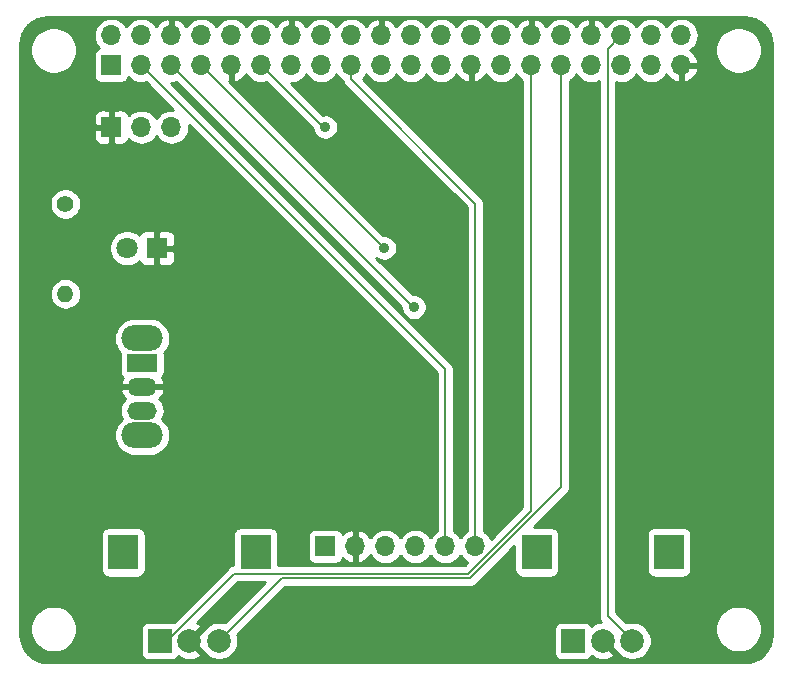
<source format=gbl>
G04 #@! TF.GenerationSoftware,KiCad,Pcbnew,5.1.2-f72e74a~84~ubuntu18.10.1*
G04 #@! TF.CreationDate,2019-07-04T17:38:07+09:00*
G04 #@! TF.ProjectId,RPI_HAT,5250495f-4841-4542-9e6b-696361645f70,rev?*
G04 #@! TF.SameCoordinates,Original*
G04 #@! TF.FileFunction,Copper,L2,Bot*
G04 #@! TF.FilePolarity,Positive*
%FSLAX46Y46*%
G04 Gerber Fmt 4.6, Leading zero omitted, Abs format (unit mm)*
G04 Created by KiCad (PCBNEW 5.1.2-f72e74a~84~ubuntu18.10.1) date 2019-07-04 17:38:07*
%MOMM*%
%LPD*%
G04 APERTURE LIST*
%ADD10O,3.500000X2.200000*%
%ADD11O,2.500000X1.500000*%
%ADD12R,2.500000X1.500000*%
%ADD13O,1.700000X1.700000*%
%ADD14R,1.700000X1.700000*%
%ADD15O,1.400000X1.400000*%
%ADD16C,1.400000*%
%ADD17C,1.800000*%
%ADD18R,1.800000X1.800000*%
%ADD19R,2.000000X2.000000*%
%ADD20C,2.000000*%
%ADD21R,2.500000X3.000000*%
%ADD22C,0.900000*%
%ADD23C,0.200000*%
%ADD24C,0.254000*%
G04 APERTURE END LIST*
D10*
X211000000Y-130100000D03*
X211000000Y-121900000D03*
D11*
X211000000Y-128000000D03*
X211000000Y-126000000D03*
D12*
X211000000Y-124000000D03*
D13*
X239200000Y-139500000D03*
X236660000Y-139500000D03*
X234120000Y-139500000D03*
X231580000Y-139500000D03*
X229040000Y-139500000D03*
D14*
X226500000Y-139500000D03*
D13*
X213462000Y-104000000D03*
X210922000Y-104000000D03*
D14*
X208382000Y-104000000D03*
D15*
X204500000Y-118120000D03*
D16*
X204500000Y-110500000D03*
D17*
X209710000Y-114250000D03*
D18*
X212250000Y-114250000D03*
D19*
X247500000Y-147500000D03*
D20*
X250000000Y-147500000D03*
X252500000Y-147500000D03*
D21*
X244400000Y-140000000D03*
X255600000Y-140000000D03*
D19*
X212500000Y-147500000D03*
D20*
X215000000Y-147500000D03*
X217500000Y-147500000D03*
D21*
X209400000Y-140000000D03*
X220600000Y-140000000D03*
D14*
X208370000Y-98770000D03*
D13*
X208370000Y-96230000D03*
X210910000Y-98770000D03*
X210910000Y-96230000D03*
X213450000Y-98770000D03*
X213450000Y-96230000D03*
X215990000Y-98770000D03*
X215990000Y-96230000D03*
X218530000Y-98770000D03*
X218530000Y-96230000D03*
X221070000Y-98770000D03*
X221070000Y-96230000D03*
X223610000Y-98770000D03*
X223610000Y-96230000D03*
X226150000Y-98770000D03*
X226150000Y-96230000D03*
X228690000Y-98770000D03*
X228690000Y-96230000D03*
X231230000Y-98770000D03*
X231230000Y-96230000D03*
X233770000Y-98770000D03*
X233770000Y-96230000D03*
X236310000Y-98770000D03*
X236310000Y-96230000D03*
X238850000Y-98770000D03*
X238850000Y-96230000D03*
X241390000Y-98770000D03*
X241390000Y-96230000D03*
X243930000Y-98770000D03*
X243930000Y-96230000D03*
X246470000Y-98770000D03*
X246470000Y-96230000D03*
X249010000Y-98770000D03*
X249010000Y-96230000D03*
X251550000Y-98770000D03*
X251550000Y-96230000D03*
X254090000Y-98770000D03*
X254090000Y-96230000D03*
X256630000Y-98770000D03*
X256630000Y-96230000D03*
D22*
X234000000Y-119250000D03*
X231500000Y-114250000D03*
X226500000Y-104000000D03*
D23*
X239200000Y-138297919D02*
X239200000Y-139500000D01*
X239200000Y-110482081D02*
X239200000Y-138297919D01*
X228690000Y-99972081D02*
X239200000Y-110482081D01*
X228690000Y-98770000D02*
X228690000Y-99972081D01*
X243930000Y-99972081D02*
X243930000Y-98770000D01*
X243930000Y-136472002D02*
X243930000Y-99972081D01*
X238602001Y-141800001D02*
X243930000Y-136472002D01*
X218775997Y-141800001D02*
X238602001Y-141800001D01*
X213075998Y-147500000D02*
X218775997Y-141800001D01*
X212500000Y-147500000D02*
X213075998Y-147500000D01*
X246470000Y-99972081D02*
X246470000Y-98770000D01*
X246470000Y-134497701D02*
X246470000Y-99972081D01*
X222799989Y-142200011D02*
X238767690Y-142200011D01*
X238767690Y-142200011D02*
X246470000Y-134497701D01*
X217500000Y-147500000D02*
X222799989Y-142200011D01*
X236660000Y-124520000D02*
X210910000Y-98770000D01*
X236660000Y-139500000D02*
X236660000Y-124520000D01*
X213450000Y-98770000D02*
X233930000Y-119250000D01*
X233930000Y-119250000D02*
X234000000Y-119250000D01*
X215990000Y-98770000D02*
X231470000Y-114250000D01*
X231470000Y-114250000D02*
X231500000Y-114250000D01*
X221070000Y-98770000D02*
X226300000Y-104000000D01*
X226300000Y-104000000D02*
X226500000Y-104000000D01*
X251500001Y-146500001D02*
X252500000Y-147500000D01*
X250399999Y-145399999D02*
X251500001Y-146500001D01*
X250399999Y-97380001D02*
X250399999Y-145399999D01*
X251550000Y-96230000D02*
X250399999Y-97380001D01*
D24*
G36*
X262449016Y-94732312D02*
G01*
X262880930Y-94862714D01*
X263279285Y-95074524D01*
X263628914Y-95359675D01*
X263916497Y-95707303D01*
X264131086Y-96104177D01*
X264264498Y-96535161D01*
X264315001Y-97015663D01*
X264315000Y-146966495D01*
X264267688Y-147449016D01*
X264137287Y-147880927D01*
X263925480Y-148279280D01*
X263640325Y-148628914D01*
X263292697Y-148916497D01*
X262895825Y-149131085D01*
X262464834Y-149264500D01*
X261984346Y-149315000D01*
X203033504Y-149315000D01*
X202550984Y-149267688D01*
X202119073Y-149137287D01*
X201720720Y-148925480D01*
X201371086Y-148640325D01*
X201083503Y-148292697D01*
X200868915Y-147895825D01*
X200735500Y-147464834D01*
X200685000Y-146984346D01*
X200685000Y-146304495D01*
X201515000Y-146304495D01*
X201515000Y-146695505D01*
X201591282Y-147079003D01*
X201740915Y-147440250D01*
X201958149Y-147765364D01*
X202234636Y-148041851D01*
X202559750Y-148259085D01*
X202920997Y-148408718D01*
X203304495Y-148485000D01*
X203695505Y-148485000D01*
X204079003Y-148408718D01*
X204440250Y-148259085D01*
X204765364Y-148041851D01*
X205041851Y-147765364D01*
X205259085Y-147440250D01*
X205408718Y-147079003D01*
X205485000Y-146695505D01*
X205485000Y-146304495D01*
X205408718Y-145920997D01*
X205259085Y-145559750D01*
X205041851Y-145234636D01*
X204765364Y-144958149D01*
X204440250Y-144740915D01*
X204079003Y-144591282D01*
X203695505Y-144515000D01*
X203304495Y-144515000D01*
X202920997Y-144591282D01*
X202559750Y-144740915D01*
X202234636Y-144958149D01*
X201958149Y-145234636D01*
X201740915Y-145559750D01*
X201591282Y-145920997D01*
X201515000Y-146304495D01*
X200685000Y-146304495D01*
X200685000Y-138500000D01*
X207511928Y-138500000D01*
X207511928Y-141500000D01*
X207524188Y-141624482D01*
X207560498Y-141744180D01*
X207619463Y-141854494D01*
X207698815Y-141951185D01*
X207795506Y-142030537D01*
X207905820Y-142089502D01*
X208025518Y-142125812D01*
X208150000Y-142138072D01*
X210650000Y-142138072D01*
X210774482Y-142125812D01*
X210894180Y-142089502D01*
X211004494Y-142030537D01*
X211101185Y-141951185D01*
X211180537Y-141854494D01*
X211239502Y-141744180D01*
X211275812Y-141624482D01*
X211288072Y-141500000D01*
X211288072Y-138500000D01*
X211275812Y-138375518D01*
X211239502Y-138255820D01*
X211180537Y-138145506D01*
X211101185Y-138048815D01*
X211004494Y-137969463D01*
X210894180Y-137910498D01*
X210774482Y-137874188D01*
X210650000Y-137861928D01*
X208150000Y-137861928D01*
X208025518Y-137874188D01*
X207905820Y-137910498D01*
X207795506Y-137969463D01*
X207698815Y-138048815D01*
X207619463Y-138145506D01*
X207560498Y-138255820D01*
X207524188Y-138375518D01*
X207511928Y-138500000D01*
X200685000Y-138500000D01*
X200685000Y-130100000D01*
X208606606Y-130100000D01*
X208640105Y-130440119D01*
X208739314Y-130767168D01*
X208900421Y-131068578D01*
X209117234Y-131332766D01*
X209381422Y-131549579D01*
X209682832Y-131710686D01*
X210009881Y-131809895D01*
X210264775Y-131835000D01*
X211735225Y-131835000D01*
X211990119Y-131809895D01*
X212317168Y-131710686D01*
X212618578Y-131549579D01*
X212882766Y-131332766D01*
X213099579Y-131068578D01*
X213260686Y-130767168D01*
X213359895Y-130440119D01*
X213393394Y-130100000D01*
X213359895Y-129759881D01*
X213260686Y-129432832D01*
X213099579Y-129131422D01*
X212882766Y-128867234D01*
X212691006Y-128709861D01*
X212785764Y-128532581D01*
X212864960Y-128271507D01*
X212891701Y-128000000D01*
X212864960Y-127728493D01*
X212785764Y-127467419D01*
X212657157Y-127226812D01*
X212484081Y-127015919D01*
X212460591Y-126996642D01*
X212569145Y-126889540D01*
X212722142Y-126663868D01*
X212828173Y-126412684D01*
X212842318Y-126341185D01*
X212719656Y-126127000D01*
X211127000Y-126127000D01*
X211127000Y-126147000D01*
X210873000Y-126147000D01*
X210873000Y-126127000D01*
X209280344Y-126127000D01*
X209157682Y-126341185D01*
X209171827Y-126412684D01*
X209277858Y-126663868D01*
X209430855Y-126889540D01*
X209539409Y-126996642D01*
X209515919Y-127015919D01*
X209342843Y-127226812D01*
X209214236Y-127467419D01*
X209135040Y-127728493D01*
X209108299Y-128000000D01*
X209135040Y-128271507D01*
X209214236Y-128532581D01*
X209308994Y-128709861D01*
X209117234Y-128867234D01*
X208900421Y-129131422D01*
X208739314Y-129432832D01*
X208640105Y-129759881D01*
X208606606Y-130100000D01*
X200685000Y-130100000D01*
X200685000Y-121900000D01*
X208606606Y-121900000D01*
X208640105Y-122240119D01*
X208739314Y-122567168D01*
X208900421Y-122868578D01*
X209117234Y-123132766D01*
X209123008Y-123137504D01*
X209111928Y-123250000D01*
X209111928Y-124750000D01*
X209124188Y-124874482D01*
X209160498Y-124994180D01*
X209219463Y-125104494D01*
X209298815Y-125201185D01*
X209344133Y-125238376D01*
X209277858Y-125336132D01*
X209171827Y-125587316D01*
X209157682Y-125658815D01*
X209280344Y-125873000D01*
X210873000Y-125873000D01*
X210873000Y-125853000D01*
X211127000Y-125853000D01*
X211127000Y-125873000D01*
X212719656Y-125873000D01*
X212842318Y-125658815D01*
X212828173Y-125587316D01*
X212722142Y-125336132D01*
X212655867Y-125238376D01*
X212701185Y-125201185D01*
X212780537Y-125104494D01*
X212839502Y-124994180D01*
X212875812Y-124874482D01*
X212888072Y-124750000D01*
X212888072Y-123250000D01*
X212876992Y-123137504D01*
X212882766Y-123132766D01*
X213099579Y-122868578D01*
X213260686Y-122567168D01*
X213359895Y-122240119D01*
X213393394Y-121900000D01*
X213359895Y-121559881D01*
X213260686Y-121232832D01*
X213099579Y-120931422D01*
X212882766Y-120667234D01*
X212618578Y-120450421D01*
X212317168Y-120289314D01*
X211990119Y-120190105D01*
X211735225Y-120165000D01*
X210264775Y-120165000D01*
X210009881Y-120190105D01*
X209682832Y-120289314D01*
X209381422Y-120450421D01*
X209117234Y-120667234D01*
X208900421Y-120931422D01*
X208739314Y-121232832D01*
X208640105Y-121559881D01*
X208606606Y-121900000D01*
X200685000Y-121900000D01*
X200685000Y-118120000D01*
X203158541Y-118120000D01*
X203184317Y-118381706D01*
X203260653Y-118633354D01*
X203384618Y-118865275D01*
X203551445Y-119068555D01*
X203754725Y-119235382D01*
X203986646Y-119359347D01*
X204238294Y-119435683D01*
X204434421Y-119455000D01*
X204565579Y-119455000D01*
X204761706Y-119435683D01*
X205013354Y-119359347D01*
X205245275Y-119235382D01*
X205448555Y-119068555D01*
X205615382Y-118865275D01*
X205739347Y-118633354D01*
X205815683Y-118381706D01*
X205841459Y-118120000D01*
X205815683Y-117858294D01*
X205739347Y-117606646D01*
X205615382Y-117374725D01*
X205448555Y-117171445D01*
X205245275Y-117004618D01*
X205013354Y-116880653D01*
X204761706Y-116804317D01*
X204565579Y-116785000D01*
X204434421Y-116785000D01*
X204238294Y-116804317D01*
X203986646Y-116880653D01*
X203754725Y-117004618D01*
X203551445Y-117171445D01*
X203384618Y-117374725D01*
X203260653Y-117606646D01*
X203184317Y-117858294D01*
X203158541Y-118120000D01*
X200685000Y-118120000D01*
X200685000Y-114098816D01*
X208175000Y-114098816D01*
X208175000Y-114401184D01*
X208233989Y-114697743D01*
X208349701Y-114977095D01*
X208517688Y-115228505D01*
X208731495Y-115442312D01*
X208982905Y-115610299D01*
X209262257Y-115726011D01*
X209558816Y-115785000D01*
X209861184Y-115785000D01*
X210157743Y-115726011D01*
X210437095Y-115610299D01*
X210688505Y-115442312D01*
X210754944Y-115375873D01*
X210760498Y-115394180D01*
X210819463Y-115504494D01*
X210898815Y-115601185D01*
X210995506Y-115680537D01*
X211105820Y-115739502D01*
X211225518Y-115775812D01*
X211350000Y-115788072D01*
X211964250Y-115785000D01*
X212123000Y-115626250D01*
X212123000Y-114377000D01*
X212377000Y-114377000D01*
X212377000Y-115626250D01*
X212535750Y-115785000D01*
X213150000Y-115788072D01*
X213274482Y-115775812D01*
X213394180Y-115739502D01*
X213504494Y-115680537D01*
X213601185Y-115601185D01*
X213680537Y-115504494D01*
X213739502Y-115394180D01*
X213775812Y-115274482D01*
X213788072Y-115150000D01*
X213785000Y-114535750D01*
X213626250Y-114377000D01*
X212377000Y-114377000D01*
X212123000Y-114377000D01*
X212103000Y-114377000D01*
X212103000Y-114123000D01*
X212123000Y-114123000D01*
X212123000Y-112873750D01*
X212377000Y-112873750D01*
X212377000Y-114123000D01*
X213626250Y-114123000D01*
X213785000Y-113964250D01*
X213788072Y-113350000D01*
X213775812Y-113225518D01*
X213739502Y-113105820D01*
X213680537Y-112995506D01*
X213601185Y-112898815D01*
X213504494Y-112819463D01*
X213394180Y-112760498D01*
X213274482Y-112724188D01*
X213150000Y-112711928D01*
X212535750Y-112715000D01*
X212377000Y-112873750D01*
X212123000Y-112873750D01*
X211964250Y-112715000D01*
X211350000Y-112711928D01*
X211225518Y-112724188D01*
X211105820Y-112760498D01*
X210995506Y-112819463D01*
X210898815Y-112898815D01*
X210819463Y-112995506D01*
X210760498Y-113105820D01*
X210754944Y-113124127D01*
X210688505Y-113057688D01*
X210437095Y-112889701D01*
X210157743Y-112773989D01*
X209861184Y-112715000D01*
X209558816Y-112715000D01*
X209262257Y-112773989D01*
X208982905Y-112889701D01*
X208731495Y-113057688D01*
X208517688Y-113271495D01*
X208349701Y-113522905D01*
X208233989Y-113802257D01*
X208175000Y-114098816D01*
X200685000Y-114098816D01*
X200685000Y-110368514D01*
X203165000Y-110368514D01*
X203165000Y-110631486D01*
X203216304Y-110889405D01*
X203316939Y-111132359D01*
X203463038Y-111351013D01*
X203648987Y-111536962D01*
X203867641Y-111683061D01*
X204110595Y-111783696D01*
X204368514Y-111835000D01*
X204631486Y-111835000D01*
X204889405Y-111783696D01*
X205132359Y-111683061D01*
X205351013Y-111536962D01*
X205536962Y-111351013D01*
X205683061Y-111132359D01*
X205783696Y-110889405D01*
X205835000Y-110631486D01*
X205835000Y-110368514D01*
X205783696Y-110110595D01*
X205683061Y-109867641D01*
X205536962Y-109648987D01*
X205351013Y-109463038D01*
X205132359Y-109316939D01*
X204889405Y-109216304D01*
X204631486Y-109165000D01*
X204368514Y-109165000D01*
X204110595Y-109216304D01*
X203867641Y-109316939D01*
X203648987Y-109463038D01*
X203463038Y-109648987D01*
X203316939Y-109867641D01*
X203216304Y-110110595D01*
X203165000Y-110368514D01*
X200685000Y-110368514D01*
X200685000Y-104850000D01*
X206893928Y-104850000D01*
X206906188Y-104974482D01*
X206942498Y-105094180D01*
X207001463Y-105204494D01*
X207080815Y-105301185D01*
X207177506Y-105380537D01*
X207287820Y-105439502D01*
X207407518Y-105475812D01*
X207532000Y-105488072D01*
X208096250Y-105485000D01*
X208255000Y-105326250D01*
X208255000Y-104127000D01*
X207055750Y-104127000D01*
X206897000Y-104285750D01*
X206893928Y-104850000D01*
X200685000Y-104850000D01*
X200685000Y-103150000D01*
X206893928Y-103150000D01*
X206897000Y-103714250D01*
X207055750Y-103873000D01*
X208255000Y-103873000D01*
X208255000Y-102673750D01*
X208096250Y-102515000D01*
X207532000Y-102511928D01*
X207407518Y-102524188D01*
X207287820Y-102560498D01*
X207177506Y-102619463D01*
X207080815Y-102698815D01*
X207001463Y-102795506D01*
X206942498Y-102905820D01*
X206906188Y-103025518D01*
X206893928Y-103150000D01*
X200685000Y-103150000D01*
X200685000Y-97304495D01*
X201515000Y-97304495D01*
X201515000Y-97695505D01*
X201591282Y-98079003D01*
X201740915Y-98440250D01*
X201958149Y-98765364D01*
X202234636Y-99041851D01*
X202559750Y-99259085D01*
X202920997Y-99408718D01*
X203304495Y-99485000D01*
X203695505Y-99485000D01*
X204079003Y-99408718D01*
X204440250Y-99259085D01*
X204765364Y-99041851D01*
X205041851Y-98765364D01*
X205259085Y-98440250D01*
X205408718Y-98079003D01*
X205485000Y-97695505D01*
X205485000Y-97304495D01*
X205408718Y-96920997D01*
X205259085Y-96559750D01*
X205041851Y-96234636D01*
X205037215Y-96230000D01*
X206877815Y-96230000D01*
X206906487Y-96521111D01*
X206991401Y-96801034D01*
X207129294Y-97059014D01*
X207314866Y-97285134D01*
X207344687Y-97309607D01*
X207275820Y-97330498D01*
X207165506Y-97389463D01*
X207068815Y-97468815D01*
X206989463Y-97565506D01*
X206930498Y-97675820D01*
X206894188Y-97795518D01*
X206881928Y-97920000D01*
X206881928Y-99620000D01*
X206894188Y-99744482D01*
X206930498Y-99864180D01*
X206989463Y-99974494D01*
X207068815Y-100071185D01*
X207165506Y-100150537D01*
X207275820Y-100209502D01*
X207395518Y-100245812D01*
X207520000Y-100258072D01*
X209220000Y-100258072D01*
X209344482Y-100245812D01*
X209464180Y-100209502D01*
X209574494Y-100150537D01*
X209671185Y-100071185D01*
X209750537Y-99974494D01*
X209809502Y-99864180D01*
X209830393Y-99795313D01*
X209854866Y-99825134D01*
X210080986Y-100010706D01*
X210338966Y-100148599D01*
X210618889Y-100233513D01*
X210837050Y-100255000D01*
X210982950Y-100255000D01*
X211201111Y-100233513D01*
X211303122Y-100202568D01*
X213624360Y-102523806D01*
X213534950Y-102515000D01*
X213389050Y-102515000D01*
X213170889Y-102536487D01*
X212890966Y-102621401D01*
X212632986Y-102759294D01*
X212406866Y-102944866D01*
X212221294Y-103170986D01*
X212192000Y-103225791D01*
X212162706Y-103170986D01*
X211977134Y-102944866D01*
X211751014Y-102759294D01*
X211493034Y-102621401D01*
X211213111Y-102536487D01*
X210994950Y-102515000D01*
X210849050Y-102515000D01*
X210630889Y-102536487D01*
X210350966Y-102621401D01*
X210092986Y-102759294D01*
X209866866Y-102944866D01*
X209842393Y-102974687D01*
X209821502Y-102905820D01*
X209762537Y-102795506D01*
X209683185Y-102698815D01*
X209586494Y-102619463D01*
X209476180Y-102560498D01*
X209356482Y-102524188D01*
X209232000Y-102511928D01*
X208667750Y-102515000D01*
X208509000Y-102673750D01*
X208509000Y-103873000D01*
X208529000Y-103873000D01*
X208529000Y-104127000D01*
X208509000Y-104127000D01*
X208509000Y-105326250D01*
X208667750Y-105485000D01*
X209232000Y-105488072D01*
X209356482Y-105475812D01*
X209476180Y-105439502D01*
X209586494Y-105380537D01*
X209683185Y-105301185D01*
X209762537Y-105204494D01*
X209821502Y-105094180D01*
X209842393Y-105025313D01*
X209866866Y-105055134D01*
X210092986Y-105240706D01*
X210350966Y-105378599D01*
X210630889Y-105463513D01*
X210849050Y-105485000D01*
X210994950Y-105485000D01*
X211213111Y-105463513D01*
X211493034Y-105378599D01*
X211751014Y-105240706D01*
X211977134Y-105055134D01*
X212162706Y-104829014D01*
X212192000Y-104774209D01*
X212221294Y-104829014D01*
X212406866Y-105055134D01*
X212632986Y-105240706D01*
X212890966Y-105378599D01*
X213170889Y-105463513D01*
X213389050Y-105485000D01*
X213534950Y-105485000D01*
X213753111Y-105463513D01*
X214033034Y-105378599D01*
X214291014Y-105240706D01*
X214517134Y-105055134D01*
X214702706Y-104829014D01*
X214840599Y-104571034D01*
X214925513Y-104291111D01*
X214954185Y-104000000D01*
X214938194Y-103837640D01*
X235925001Y-124824448D01*
X235925000Y-138209042D01*
X235830986Y-138259294D01*
X235604866Y-138444866D01*
X235419294Y-138670986D01*
X235390000Y-138725791D01*
X235360706Y-138670986D01*
X235175134Y-138444866D01*
X234949014Y-138259294D01*
X234691034Y-138121401D01*
X234411111Y-138036487D01*
X234192950Y-138015000D01*
X234047050Y-138015000D01*
X233828889Y-138036487D01*
X233548966Y-138121401D01*
X233290986Y-138259294D01*
X233064866Y-138444866D01*
X232879294Y-138670986D01*
X232850000Y-138725791D01*
X232820706Y-138670986D01*
X232635134Y-138444866D01*
X232409014Y-138259294D01*
X232151034Y-138121401D01*
X231871111Y-138036487D01*
X231652950Y-138015000D01*
X231507050Y-138015000D01*
X231288889Y-138036487D01*
X231008966Y-138121401D01*
X230750986Y-138259294D01*
X230524866Y-138444866D01*
X230339294Y-138670986D01*
X230304799Y-138735523D01*
X230235178Y-138618645D01*
X230040269Y-138402412D01*
X229806920Y-138228359D01*
X229544099Y-138103175D01*
X229396890Y-138058524D01*
X229167000Y-138179845D01*
X229167000Y-139373000D01*
X229187000Y-139373000D01*
X229187000Y-139627000D01*
X229167000Y-139627000D01*
X229167000Y-140820155D01*
X229396890Y-140941476D01*
X229544099Y-140896825D01*
X229806920Y-140771641D01*
X230040269Y-140597588D01*
X230235178Y-140381355D01*
X230304799Y-140264477D01*
X230339294Y-140329014D01*
X230524866Y-140555134D01*
X230750986Y-140740706D01*
X231008966Y-140878599D01*
X231288889Y-140963513D01*
X231507050Y-140985000D01*
X231652950Y-140985000D01*
X231871111Y-140963513D01*
X232151034Y-140878599D01*
X232409014Y-140740706D01*
X232635134Y-140555134D01*
X232820706Y-140329014D01*
X232850000Y-140274209D01*
X232879294Y-140329014D01*
X233064866Y-140555134D01*
X233290986Y-140740706D01*
X233548966Y-140878599D01*
X233828889Y-140963513D01*
X234047050Y-140985000D01*
X234192950Y-140985000D01*
X234411111Y-140963513D01*
X234691034Y-140878599D01*
X234949014Y-140740706D01*
X235175134Y-140555134D01*
X235360706Y-140329014D01*
X235390000Y-140274209D01*
X235419294Y-140329014D01*
X235604866Y-140555134D01*
X235830986Y-140740706D01*
X236088966Y-140878599D01*
X236368889Y-140963513D01*
X236587050Y-140985000D01*
X236732950Y-140985000D01*
X236951111Y-140963513D01*
X237231034Y-140878599D01*
X237489014Y-140740706D01*
X237715134Y-140555134D01*
X237900706Y-140329014D01*
X237930000Y-140274209D01*
X237959294Y-140329014D01*
X238144866Y-140555134D01*
X238370986Y-140740706D01*
X238534467Y-140828089D01*
X238297555Y-141065001D01*
X222488072Y-141065001D01*
X222488072Y-138650000D01*
X225011928Y-138650000D01*
X225011928Y-140350000D01*
X225024188Y-140474482D01*
X225060498Y-140594180D01*
X225119463Y-140704494D01*
X225198815Y-140801185D01*
X225295506Y-140880537D01*
X225405820Y-140939502D01*
X225525518Y-140975812D01*
X225650000Y-140988072D01*
X227350000Y-140988072D01*
X227474482Y-140975812D01*
X227594180Y-140939502D01*
X227704494Y-140880537D01*
X227801185Y-140801185D01*
X227880537Y-140704494D01*
X227939502Y-140594180D01*
X227963966Y-140513534D01*
X228039731Y-140597588D01*
X228273080Y-140771641D01*
X228535901Y-140896825D01*
X228683110Y-140941476D01*
X228913000Y-140820155D01*
X228913000Y-139627000D01*
X228893000Y-139627000D01*
X228893000Y-139373000D01*
X228913000Y-139373000D01*
X228913000Y-138179845D01*
X228683110Y-138058524D01*
X228535901Y-138103175D01*
X228273080Y-138228359D01*
X228039731Y-138402412D01*
X227963966Y-138486466D01*
X227939502Y-138405820D01*
X227880537Y-138295506D01*
X227801185Y-138198815D01*
X227704494Y-138119463D01*
X227594180Y-138060498D01*
X227474482Y-138024188D01*
X227350000Y-138011928D01*
X225650000Y-138011928D01*
X225525518Y-138024188D01*
X225405820Y-138060498D01*
X225295506Y-138119463D01*
X225198815Y-138198815D01*
X225119463Y-138295506D01*
X225060498Y-138405820D01*
X225024188Y-138525518D01*
X225011928Y-138650000D01*
X222488072Y-138650000D01*
X222488072Y-138500000D01*
X222475812Y-138375518D01*
X222439502Y-138255820D01*
X222380537Y-138145506D01*
X222301185Y-138048815D01*
X222204494Y-137969463D01*
X222094180Y-137910498D01*
X221974482Y-137874188D01*
X221850000Y-137861928D01*
X219350000Y-137861928D01*
X219225518Y-137874188D01*
X219105820Y-137910498D01*
X218995506Y-137969463D01*
X218898815Y-138048815D01*
X218819463Y-138145506D01*
X218760498Y-138255820D01*
X218724188Y-138375518D01*
X218711928Y-138500000D01*
X218711928Y-141067755D01*
X218631912Y-141075636D01*
X218493364Y-141117664D01*
X218365677Y-141185914D01*
X218253759Y-141277763D01*
X218230743Y-141305808D01*
X213653547Y-145883005D01*
X213624482Y-145874188D01*
X213500000Y-145861928D01*
X211500000Y-145861928D01*
X211375518Y-145874188D01*
X211255820Y-145910498D01*
X211145506Y-145969463D01*
X211048815Y-146048815D01*
X210969463Y-146145506D01*
X210910498Y-146255820D01*
X210874188Y-146375518D01*
X210861928Y-146500000D01*
X210861928Y-148500000D01*
X210874188Y-148624482D01*
X210910498Y-148744180D01*
X210969463Y-148854494D01*
X211048815Y-148951185D01*
X211145506Y-149030537D01*
X211255820Y-149089502D01*
X211375518Y-149125812D01*
X211500000Y-149138072D01*
X213500000Y-149138072D01*
X213624482Y-149125812D01*
X213744180Y-149089502D01*
X213854494Y-149030537D01*
X213951185Y-148951185D01*
X214030537Y-148854494D01*
X214085976Y-148750777D01*
X214139956Y-148899814D01*
X214429571Y-149040704D01*
X214741108Y-149122384D01*
X215062595Y-149141718D01*
X215381675Y-149097961D01*
X215686088Y-148992795D01*
X215860044Y-148899814D01*
X215955808Y-148635413D01*
X215000000Y-147679605D01*
X214985858Y-147693748D01*
X214806253Y-147514143D01*
X214820395Y-147500000D01*
X214806253Y-147485858D01*
X214985858Y-147306253D01*
X215000000Y-147320395D01*
X215955808Y-146364587D01*
X215860044Y-146100186D01*
X215628095Y-145987349D01*
X219080444Y-142535001D01*
X221425552Y-142535001D01*
X218016375Y-145944178D01*
X217976912Y-145927832D01*
X217661033Y-145865000D01*
X217338967Y-145865000D01*
X217023088Y-145927832D01*
X216725537Y-146051082D01*
X216457748Y-146230013D01*
X216230013Y-146457748D01*
X216165075Y-146554935D01*
X216135413Y-146544192D01*
X215179605Y-147500000D01*
X216135413Y-148455808D01*
X216165075Y-148445065D01*
X216230013Y-148542252D01*
X216457748Y-148769987D01*
X216725537Y-148948918D01*
X217023088Y-149072168D01*
X217338967Y-149135000D01*
X217661033Y-149135000D01*
X217976912Y-149072168D01*
X218274463Y-148948918D01*
X218542252Y-148769987D01*
X218769987Y-148542252D01*
X218948918Y-148274463D01*
X219072168Y-147976912D01*
X219135000Y-147661033D01*
X219135000Y-147338967D01*
X219072168Y-147023088D01*
X219055822Y-146983625D01*
X223104436Y-142935011D01*
X238731585Y-142935011D01*
X238767690Y-142938567D01*
X238803795Y-142935011D01*
X238911775Y-142924376D01*
X239050323Y-142882348D01*
X239178010Y-142814098D01*
X239289928Y-142722249D01*
X239312949Y-142694198D01*
X242511928Y-139495219D01*
X242511928Y-141500000D01*
X242524188Y-141624482D01*
X242560498Y-141744180D01*
X242619463Y-141854494D01*
X242698815Y-141951185D01*
X242795506Y-142030537D01*
X242905820Y-142089502D01*
X243025518Y-142125812D01*
X243150000Y-142138072D01*
X245650000Y-142138072D01*
X245774482Y-142125812D01*
X245894180Y-142089502D01*
X246004494Y-142030537D01*
X246101185Y-141951185D01*
X246180537Y-141854494D01*
X246239502Y-141744180D01*
X246275812Y-141624482D01*
X246288072Y-141500000D01*
X246288072Y-138500000D01*
X246275812Y-138375518D01*
X246239502Y-138255820D01*
X246180537Y-138145506D01*
X246101185Y-138048815D01*
X246004494Y-137969463D01*
X245894180Y-137910498D01*
X245774482Y-137874188D01*
X245650000Y-137861928D01*
X244145220Y-137861928D01*
X246964198Y-135042950D01*
X246992237Y-135019939D01*
X247015250Y-134991898D01*
X247015253Y-134991895D01*
X247084086Y-134908022D01*
X247084087Y-134908021D01*
X247152337Y-134780334D01*
X247194365Y-134641786D01*
X247205000Y-134533806D01*
X247205000Y-134533797D01*
X247208555Y-134497702D01*
X247205000Y-134461607D01*
X247205000Y-100060957D01*
X247299014Y-100010706D01*
X247525134Y-99825134D01*
X247710706Y-99599014D01*
X247740000Y-99544209D01*
X247769294Y-99599014D01*
X247954866Y-99825134D01*
X248180986Y-100010706D01*
X248438966Y-100148599D01*
X248718889Y-100233513D01*
X248937050Y-100255000D01*
X249082950Y-100255000D01*
X249301111Y-100233513D01*
X249581034Y-100148599D01*
X249664999Y-100103719D01*
X249665000Y-145363884D01*
X249661443Y-145399999D01*
X249675634Y-145544084D01*
X249717663Y-145682632D01*
X249785913Y-145810319D01*
X249836618Y-145872103D01*
X249618325Y-145902039D01*
X249313912Y-146007205D01*
X249139956Y-146100186D01*
X249085976Y-146249223D01*
X249030537Y-146145506D01*
X248951185Y-146048815D01*
X248854494Y-145969463D01*
X248744180Y-145910498D01*
X248624482Y-145874188D01*
X248500000Y-145861928D01*
X246500000Y-145861928D01*
X246375518Y-145874188D01*
X246255820Y-145910498D01*
X246145506Y-145969463D01*
X246048815Y-146048815D01*
X245969463Y-146145506D01*
X245910498Y-146255820D01*
X245874188Y-146375518D01*
X245861928Y-146500000D01*
X245861928Y-148500000D01*
X245874188Y-148624482D01*
X245910498Y-148744180D01*
X245969463Y-148854494D01*
X246048815Y-148951185D01*
X246145506Y-149030537D01*
X246255820Y-149089502D01*
X246375518Y-149125812D01*
X246500000Y-149138072D01*
X248500000Y-149138072D01*
X248624482Y-149125812D01*
X248744180Y-149089502D01*
X248854494Y-149030537D01*
X248951185Y-148951185D01*
X249030537Y-148854494D01*
X249085976Y-148750777D01*
X249139956Y-148899814D01*
X249429571Y-149040704D01*
X249741108Y-149122384D01*
X250062595Y-149141718D01*
X250381675Y-149097961D01*
X250686088Y-148992795D01*
X250860044Y-148899814D01*
X250955808Y-148635413D01*
X250000000Y-147679605D01*
X249985858Y-147693748D01*
X249806253Y-147514143D01*
X249820395Y-147500000D01*
X249806253Y-147485858D01*
X249985858Y-147306253D01*
X250000000Y-147320395D01*
X250014143Y-147306253D01*
X250193748Y-147485858D01*
X250179605Y-147500000D01*
X251135413Y-148455808D01*
X251165075Y-148445065D01*
X251230013Y-148542252D01*
X251457748Y-148769987D01*
X251725537Y-148948918D01*
X252023088Y-149072168D01*
X252338967Y-149135000D01*
X252661033Y-149135000D01*
X252976912Y-149072168D01*
X253274463Y-148948918D01*
X253542252Y-148769987D01*
X253769987Y-148542252D01*
X253948918Y-148274463D01*
X254072168Y-147976912D01*
X254135000Y-147661033D01*
X254135000Y-147338967D01*
X254072168Y-147023088D01*
X253948918Y-146725537D01*
X253769987Y-146457748D01*
X253616734Y-146304495D01*
X259515000Y-146304495D01*
X259515000Y-146695505D01*
X259591282Y-147079003D01*
X259740915Y-147440250D01*
X259958149Y-147765364D01*
X260234636Y-148041851D01*
X260559750Y-148259085D01*
X260920997Y-148408718D01*
X261304495Y-148485000D01*
X261695505Y-148485000D01*
X262079003Y-148408718D01*
X262440250Y-148259085D01*
X262765364Y-148041851D01*
X263041851Y-147765364D01*
X263259085Y-147440250D01*
X263408718Y-147079003D01*
X263485000Y-146695505D01*
X263485000Y-146304495D01*
X263408718Y-145920997D01*
X263259085Y-145559750D01*
X263041851Y-145234636D01*
X262765364Y-144958149D01*
X262440250Y-144740915D01*
X262079003Y-144591282D01*
X261695505Y-144515000D01*
X261304495Y-144515000D01*
X260920997Y-144591282D01*
X260559750Y-144740915D01*
X260234636Y-144958149D01*
X259958149Y-145234636D01*
X259740915Y-145559750D01*
X259591282Y-145920997D01*
X259515000Y-146304495D01*
X253616734Y-146304495D01*
X253542252Y-146230013D01*
X253274463Y-146051082D01*
X252976912Y-145927832D01*
X252661033Y-145865000D01*
X252338967Y-145865000D01*
X252023088Y-145927832D01*
X251983625Y-145944178D01*
X251134999Y-145095553D01*
X251134999Y-138500000D01*
X253711928Y-138500000D01*
X253711928Y-141500000D01*
X253724188Y-141624482D01*
X253760498Y-141744180D01*
X253819463Y-141854494D01*
X253898815Y-141951185D01*
X253995506Y-142030537D01*
X254105820Y-142089502D01*
X254225518Y-142125812D01*
X254350000Y-142138072D01*
X256850000Y-142138072D01*
X256974482Y-142125812D01*
X257094180Y-142089502D01*
X257204494Y-142030537D01*
X257301185Y-141951185D01*
X257380537Y-141854494D01*
X257439502Y-141744180D01*
X257475812Y-141624482D01*
X257488072Y-141500000D01*
X257488072Y-138500000D01*
X257475812Y-138375518D01*
X257439502Y-138255820D01*
X257380537Y-138145506D01*
X257301185Y-138048815D01*
X257204494Y-137969463D01*
X257094180Y-137910498D01*
X256974482Y-137874188D01*
X256850000Y-137861928D01*
X254350000Y-137861928D01*
X254225518Y-137874188D01*
X254105820Y-137910498D01*
X253995506Y-137969463D01*
X253898815Y-138048815D01*
X253819463Y-138145506D01*
X253760498Y-138255820D01*
X253724188Y-138375518D01*
X253711928Y-138500000D01*
X251134999Y-138500000D01*
X251134999Y-100195931D01*
X251258889Y-100233513D01*
X251477050Y-100255000D01*
X251622950Y-100255000D01*
X251841111Y-100233513D01*
X252121034Y-100148599D01*
X252379014Y-100010706D01*
X252605134Y-99825134D01*
X252790706Y-99599014D01*
X252820000Y-99544209D01*
X252849294Y-99599014D01*
X253034866Y-99825134D01*
X253260986Y-100010706D01*
X253518966Y-100148599D01*
X253798889Y-100233513D01*
X254017050Y-100255000D01*
X254162950Y-100255000D01*
X254381111Y-100233513D01*
X254661034Y-100148599D01*
X254919014Y-100010706D01*
X255145134Y-99825134D01*
X255330706Y-99599014D01*
X255365201Y-99534477D01*
X255434822Y-99651355D01*
X255629731Y-99867588D01*
X255863080Y-100041641D01*
X256125901Y-100166825D01*
X256273110Y-100211476D01*
X256503000Y-100090155D01*
X256503000Y-98897000D01*
X256757000Y-98897000D01*
X256757000Y-100090155D01*
X256986890Y-100211476D01*
X257134099Y-100166825D01*
X257396920Y-100041641D01*
X257630269Y-99867588D01*
X257825178Y-99651355D01*
X257974157Y-99401252D01*
X258071481Y-99126891D01*
X257950814Y-98897000D01*
X256757000Y-98897000D01*
X256503000Y-98897000D01*
X256483000Y-98897000D01*
X256483000Y-98643000D01*
X256503000Y-98643000D01*
X256503000Y-98623000D01*
X256757000Y-98623000D01*
X256757000Y-98643000D01*
X257950814Y-98643000D01*
X258071481Y-98413109D01*
X257974157Y-98138748D01*
X257825178Y-97888645D01*
X257630269Y-97672412D01*
X257401244Y-97501584D01*
X257459014Y-97470706D01*
X257661542Y-97304495D01*
X259515000Y-97304495D01*
X259515000Y-97695505D01*
X259591282Y-98079003D01*
X259740915Y-98440250D01*
X259958149Y-98765364D01*
X260234636Y-99041851D01*
X260559750Y-99259085D01*
X260920997Y-99408718D01*
X261304495Y-99485000D01*
X261695505Y-99485000D01*
X262079003Y-99408718D01*
X262440250Y-99259085D01*
X262765364Y-99041851D01*
X263041851Y-98765364D01*
X263259085Y-98440250D01*
X263408718Y-98079003D01*
X263485000Y-97695505D01*
X263485000Y-97304495D01*
X263408718Y-96920997D01*
X263259085Y-96559750D01*
X263041851Y-96234636D01*
X262765364Y-95958149D01*
X262440250Y-95740915D01*
X262079003Y-95591282D01*
X261695505Y-95515000D01*
X261304495Y-95515000D01*
X260920997Y-95591282D01*
X260559750Y-95740915D01*
X260234636Y-95958149D01*
X259958149Y-96234636D01*
X259740915Y-96559750D01*
X259591282Y-96920997D01*
X259515000Y-97304495D01*
X257661542Y-97304495D01*
X257685134Y-97285134D01*
X257870706Y-97059014D01*
X258008599Y-96801034D01*
X258093513Y-96521111D01*
X258122185Y-96230000D01*
X258093513Y-95938889D01*
X258008599Y-95658966D01*
X257870706Y-95400986D01*
X257685134Y-95174866D01*
X257459014Y-94989294D01*
X257201034Y-94851401D01*
X256921111Y-94766487D01*
X256702950Y-94745000D01*
X256557050Y-94745000D01*
X256338889Y-94766487D01*
X256058966Y-94851401D01*
X255800986Y-94989294D01*
X255574866Y-95174866D01*
X255389294Y-95400986D01*
X255360000Y-95455791D01*
X255330706Y-95400986D01*
X255145134Y-95174866D01*
X254919014Y-94989294D01*
X254661034Y-94851401D01*
X254381111Y-94766487D01*
X254162950Y-94745000D01*
X254017050Y-94745000D01*
X253798889Y-94766487D01*
X253518966Y-94851401D01*
X253260986Y-94989294D01*
X253034866Y-95174866D01*
X252849294Y-95400986D01*
X252820000Y-95455791D01*
X252790706Y-95400986D01*
X252605134Y-95174866D01*
X252379014Y-94989294D01*
X252121034Y-94851401D01*
X251841111Y-94766487D01*
X251622950Y-94745000D01*
X251477050Y-94745000D01*
X251258889Y-94766487D01*
X250978966Y-94851401D01*
X250720986Y-94989294D01*
X250494866Y-95174866D01*
X250309294Y-95400986D01*
X250274799Y-95465523D01*
X250205178Y-95348645D01*
X250010269Y-95132412D01*
X249776920Y-94958359D01*
X249514099Y-94833175D01*
X249366890Y-94788524D01*
X249137000Y-94909845D01*
X249137000Y-96103000D01*
X249157000Y-96103000D01*
X249157000Y-96357000D01*
X249137000Y-96357000D01*
X249137000Y-96377000D01*
X248883000Y-96377000D01*
X248883000Y-96357000D01*
X248863000Y-96357000D01*
X248863000Y-96103000D01*
X248883000Y-96103000D01*
X248883000Y-94909845D01*
X248653110Y-94788524D01*
X248505901Y-94833175D01*
X248243080Y-94958359D01*
X248009731Y-95132412D01*
X247814822Y-95348645D01*
X247745201Y-95465523D01*
X247710706Y-95400986D01*
X247525134Y-95174866D01*
X247299014Y-94989294D01*
X247041034Y-94851401D01*
X246761111Y-94766487D01*
X246542950Y-94745000D01*
X246397050Y-94745000D01*
X246178889Y-94766487D01*
X245898966Y-94851401D01*
X245640986Y-94989294D01*
X245414866Y-95174866D01*
X245229294Y-95400986D01*
X245194799Y-95465523D01*
X245125178Y-95348645D01*
X244930269Y-95132412D01*
X244696920Y-94958359D01*
X244434099Y-94833175D01*
X244286890Y-94788524D01*
X244057000Y-94909845D01*
X244057000Y-96103000D01*
X244077000Y-96103000D01*
X244077000Y-96357000D01*
X244057000Y-96357000D01*
X244057000Y-96377000D01*
X243803000Y-96377000D01*
X243803000Y-96357000D01*
X243783000Y-96357000D01*
X243783000Y-96103000D01*
X243803000Y-96103000D01*
X243803000Y-94909845D01*
X243573110Y-94788524D01*
X243425901Y-94833175D01*
X243163080Y-94958359D01*
X242929731Y-95132412D01*
X242734822Y-95348645D01*
X242665201Y-95465523D01*
X242630706Y-95400986D01*
X242445134Y-95174866D01*
X242219014Y-94989294D01*
X241961034Y-94851401D01*
X241681111Y-94766487D01*
X241462950Y-94745000D01*
X241317050Y-94745000D01*
X241098889Y-94766487D01*
X240818966Y-94851401D01*
X240560986Y-94989294D01*
X240334866Y-95174866D01*
X240149294Y-95400986D01*
X240120000Y-95455791D01*
X240090706Y-95400986D01*
X239905134Y-95174866D01*
X239679014Y-94989294D01*
X239421034Y-94851401D01*
X239141111Y-94766487D01*
X238922950Y-94745000D01*
X238777050Y-94745000D01*
X238558889Y-94766487D01*
X238278966Y-94851401D01*
X238020986Y-94989294D01*
X237794866Y-95174866D01*
X237609294Y-95400986D01*
X237580000Y-95455791D01*
X237550706Y-95400986D01*
X237365134Y-95174866D01*
X237139014Y-94989294D01*
X236881034Y-94851401D01*
X236601111Y-94766487D01*
X236382950Y-94745000D01*
X236237050Y-94745000D01*
X236018889Y-94766487D01*
X235738966Y-94851401D01*
X235480986Y-94989294D01*
X235254866Y-95174866D01*
X235069294Y-95400986D01*
X235040000Y-95455791D01*
X235010706Y-95400986D01*
X234825134Y-95174866D01*
X234599014Y-94989294D01*
X234341034Y-94851401D01*
X234061111Y-94766487D01*
X233842950Y-94745000D01*
X233697050Y-94745000D01*
X233478889Y-94766487D01*
X233198966Y-94851401D01*
X232940986Y-94989294D01*
X232714866Y-95174866D01*
X232529294Y-95400986D01*
X232494799Y-95465523D01*
X232425178Y-95348645D01*
X232230269Y-95132412D01*
X231996920Y-94958359D01*
X231734099Y-94833175D01*
X231586890Y-94788524D01*
X231357000Y-94909845D01*
X231357000Y-96103000D01*
X231377000Y-96103000D01*
X231377000Y-96357000D01*
X231357000Y-96357000D01*
X231357000Y-96377000D01*
X231103000Y-96377000D01*
X231103000Y-96357000D01*
X231083000Y-96357000D01*
X231083000Y-96103000D01*
X231103000Y-96103000D01*
X231103000Y-94909845D01*
X230873110Y-94788524D01*
X230725901Y-94833175D01*
X230463080Y-94958359D01*
X230229731Y-95132412D01*
X230034822Y-95348645D01*
X229965201Y-95465523D01*
X229930706Y-95400986D01*
X229745134Y-95174866D01*
X229519014Y-94989294D01*
X229261034Y-94851401D01*
X228981111Y-94766487D01*
X228762950Y-94745000D01*
X228617050Y-94745000D01*
X228398889Y-94766487D01*
X228118966Y-94851401D01*
X227860986Y-94989294D01*
X227634866Y-95174866D01*
X227449294Y-95400986D01*
X227420000Y-95455791D01*
X227390706Y-95400986D01*
X227205134Y-95174866D01*
X226979014Y-94989294D01*
X226721034Y-94851401D01*
X226441111Y-94766487D01*
X226222950Y-94745000D01*
X226077050Y-94745000D01*
X225858889Y-94766487D01*
X225578966Y-94851401D01*
X225320986Y-94989294D01*
X225094866Y-95174866D01*
X224909294Y-95400986D01*
X224874799Y-95465523D01*
X224805178Y-95348645D01*
X224610269Y-95132412D01*
X224376920Y-94958359D01*
X224114099Y-94833175D01*
X223966890Y-94788524D01*
X223737000Y-94909845D01*
X223737000Y-96103000D01*
X223757000Y-96103000D01*
X223757000Y-96357000D01*
X223737000Y-96357000D01*
X223737000Y-96377000D01*
X223483000Y-96377000D01*
X223483000Y-96357000D01*
X223463000Y-96357000D01*
X223463000Y-96103000D01*
X223483000Y-96103000D01*
X223483000Y-94909845D01*
X223253110Y-94788524D01*
X223105901Y-94833175D01*
X222843080Y-94958359D01*
X222609731Y-95132412D01*
X222414822Y-95348645D01*
X222345201Y-95465523D01*
X222310706Y-95400986D01*
X222125134Y-95174866D01*
X221899014Y-94989294D01*
X221641034Y-94851401D01*
X221361111Y-94766487D01*
X221142950Y-94745000D01*
X220997050Y-94745000D01*
X220778889Y-94766487D01*
X220498966Y-94851401D01*
X220240986Y-94989294D01*
X220014866Y-95174866D01*
X219829294Y-95400986D01*
X219800000Y-95455791D01*
X219770706Y-95400986D01*
X219585134Y-95174866D01*
X219359014Y-94989294D01*
X219101034Y-94851401D01*
X218821111Y-94766487D01*
X218602950Y-94745000D01*
X218457050Y-94745000D01*
X218238889Y-94766487D01*
X217958966Y-94851401D01*
X217700986Y-94989294D01*
X217474866Y-95174866D01*
X217289294Y-95400986D01*
X217260000Y-95455791D01*
X217230706Y-95400986D01*
X217045134Y-95174866D01*
X216819014Y-94989294D01*
X216561034Y-94851401D01*
X216281111Y-94766487D01*
X216062950Y-94745000D01*
X215917050Y-94745000D01*
X215698889Y-94766487D01*
X215418966Y-94851401D01*
X215160986Y-94989294D01*
X214934866Y-95174866D01*
X214749294Y-95400986D01*
X214714799Y-95465523D01*
X214645178Y-95348645D01*
X214450269Y-95132412D01*
X214216920Y-94958359D01*
X213954099Y-94833175D01*
X213806890Y-94788524D01*
X213577000Y-94909845D01*
X213577000Y-96103000D01*
X213597000Y-96103000D01*
X213597000Y-96357000D01*
X213577000Y-96357000D01*
X213577000Y-96377000D01*
X213323000Y-96377000D01*
X213323000Y-96357000D01*
X213303000Y-96357000D01*
X213303000Y-96103000D01*
X213323000Y-96103000D01*
X213323000Y-94909845D01*
X213093110Y-94788524D01*
X212945901Y-94833175D01*
X212683080Y-94958359D01*
X212449731Y-95132412D01*
X212254822Y-95348645D01*
X212185201Y-95465523D01*
X212150706Y-95400986D01*
X211965134Y-95174866D01*
X211739014Y-94989294D01*
X211481034Y-94851401D01*
X211201111Y-94766487D01*
X210982950Y-94745000D01*
X210837050Y-94745000D01*
X210618889Y-94766487D01*
X210338966Y-94851401D01*
X210080986Y-94989294D01*
X209854866Y-95174866D01*
X209669294Y-95400986D01*
X209640000Y-95455791D01*
X209610706Y-95400986D01*
X209425134Y-95174866D01*
X209199014Y-94989294D01*
X208941034Y-94851401D01*
X208661111Y-94766487D01*
X208442950Y-94745000D01*
X208297050Y-94745000D01*
X208078889Y-94766487D01*
X207798966Y-94851401D01*
X207540986Y-94989294D01*
X207314866Y-95174866D01*
X207129294Y-95400986D01*
X206991401Y-95658966D01*
X206906487Y-95938889D01*
X206877815Y-96230000D01*
X205037215Y-96230000D01*
X204765364Y-95958149D01*
X204440250Y-95740915D01*
X204079003Y-95591282D01*
X203695505Y-95515000D01*
X203304495Y-95515000D01*
X202920997Y-95591282D01*
X202559750Y-95740915D01*
X202234636Y-95958149D01*
X201958149Y-96234636D01*
X201740915Y-96559750D01*
X201591282Y-96920997D01*
X201515000Y-97304495D01*
X200685000Y-97304495D01*
X200685000Y-97033505D01*
X200732312Y-96550984D01*
X200862714Y-96119070D01*
X201074524Y-95720715D01*
X201359675Y-95371086D01*
X201707303Y-95083503D01*
X202104177Y-94868914D01*
X202535161Y-94735502D01*
X203015654Y-94685000D01*
X261966495Y-94685000D01*
X262449016Y-94732312D01*
X262449016Y-94732312D01*
G37*
X262449016Y-94732312D02*
X262880930Y-94862714D01*
X263279285Y-95074524D01*
X263628914Y-95359675D01*
X263916497Y-95707303D01*
X264131086Y-96104177D01*
X264264498Y-96535161D01*
X264315001Y-97015663D01*
X264315000Y-146966495D01*
X264267688Y-147449016D01*
X264137287Y-147880927D01*
X263925480Y-148279280D01*
X263640325Y-148628914D01*
X263292697Y-148916497D01*
X262895825Y-149131085D01*
X262464834Y-149264500D01*
X261984346Y-149315000D01*
X203033504Y-149315000D01*
X202550984Y-149267688D01*
X202119073Y-149137287D01*
X201720720Y-148925480D01*
X201371086Y-148640325D01*
X201083503Y-148292697D01*
X200868915Y-147895825D01*
X200735500Y-147464834D01*
X200685000Y-146984346D01*
X200685000Y-146304495D01*
X201515000Y-146304495D01*
X201515000Y-146695505D01*
X201591282Y-147079003D01*
X201740915Y-147440250D01*
X201958149Y-147765364D01*
X202234636Y-148041851D01*
X202559750Y-148259085D01*
X202920997Y-148408718D01*
X203304495Y-148485000D01*
X203695505Y-148485000D01*
X204079003Y-148408718D01*
X204440250Y-148259085D01*
X204765364Y-148041851D01*
X205041851Y-147765364D01*
X205259085Y-147440250D01*
X205408718Y-147079003D01*
X205485000Y-146695505D01*
X205485000Y-146304495D01*
X205408718Y-145920997D01*
X205259085Y-145559750D01*
X205041851Y-145234636D01*
X204765364Y-144958149D01*
X204440250Y-144740915D01*
X204079003Y-144591282D01*
X203695505Y-144515000D01*
X203304495Y-144515000D01*
X202920997Y-144591282D01*
X202559750Y-144740915D01*
X202234636Y-144958149D01*
X201958149Y-145234636D01*
X201740915Y-145559750D01*
X201591282Y-145920997D01*
X201515000Y-146304495D01*
X200685000Y-146304495D01*
X200685000Y-138500000D01*
X207511928Y-138500000D01*
X207511928Y-141500000D01*
X207524188Y-141624482D01*
X207560498Y-141744180D01*
X207619463Y-141854494D01*
X207698815Y-141951185D01*
X207795506Y-142030537D01*
X207905820Y-142089502D01*
X208025518Y-142125812D01*
X208150000Y-142138072D01*
X210650000Y-142138072D01*
X210774482Y-142125812D01*
X210894180Y-142089502D01*
X211004494Y-142030537D01*
X211101185Y-141951185D01*
X211180537Y-141854494D01*
X211239502Y-141744180D01*
X211275812Y-141624482D01*
X211288072Y-141500000D01*
X211288072Y-138500000D01*
X211275812Y-138375518D01*
X211239502Y-138255820D01*
X211180537Y-138145506D01*
X211101185Y-138048815D01*
X211004494Y-137969463D01*
X210894180Y-137910498D01*
X210774482Y-137874188D01*
X210650000Y-137861928D01*
X208150000Y-137861928D01*
X208025518Y-137874188D01*
X207905820Y-137910498D01*
X207795506Y-137969463D01*
X207698815Y-138048815D01*
X207619463Y-138145506D01*
X207560498Y-138255820D01*
X207524188Y-138375518D01*
X207511928Y-138500000D01*
X200685000Y-138500000D01*
X200685000Y-130100000D01*
X208606606Y-130100000D01*
X208640105Y-130440119D01*
X208739314Y-130767168D01*
X208900421Y-131068578D01*
X209117234Y-131332766D01*
X209381422Y-131549579D01*
X209682832Y-131710686D01*
X210009881Y-131809895D01*
X210264775Y-131835000D01*
X211735225Y-131835000D01*
X211990119Y-131809895D01*
X212317168Y-131710686D01*
X212618578Y-131549579D01*
X212882766Y-131332766D01*
X213099579Y-131068578D01*
X213260686Y-130767168D01*
X213359895Y-130440119D01*
X213393394Y-130100000D01*
X213359895Y-129759881D01*
X213260686Y-129432832D01*
X213099579Y-129131422D01*
X212882766Y-128867234D01*
X212691006Y-128709861D01*
X212785764Y-128532581D01*
X212864960Y-128271507D01*
X212891701Y-128000000D01*
X212864960Y-127728493D01*
X212785764Y-127467419D01*
X212657157Y-127226812D01*
X212484081Y-127015919D01*
X212460591Y-126996642D01*
X212569145Y-126889540D01*
X212722142Y-126663868D01*
X212828173Y-126412684D01*
X212842318Y-126341185D01*
X212719656Y-126127000D01*
X211127000Y-126127000D01*
X211127000Y-126147000D01*
X210873000Y-126147000D01*
X210873000Y-126127000D01*
X209280344Y-126127000D01*
X209157682Y-126341185D01*
X209171827Y-126412684D01*
X209277858Y-126663868D01*
X209430855Y-126889540D01*
X209539409Y-126996642D01*
X209515919Y-127015919D01*
X209342843Y-127226812D01*
X209214236Y-127467419D01*
X209135040Y-127728493D01*
X209108299Y-128000000D01*
X209135040Y-128271507D01*
X209214236Y-128532581D01*
X209308994Y-128709861D01*
X209117234Y-128867234D01*
X208900421Y-129131422D01*
X208739314Y-129432832D01*
X208640105Y-129759881D01*
X208606606Y-130100000D01*
X200685000Y-130100000D01*
X200685000Y-121900000D01*
X208606606Y-121900000D01*
X208640105Y-122240119D01*
X208739314Y-122567168D01*
X208900421Y-122868578D01*
X209117234Y-123132766D01*
X209123008Y-123137504D01*
X209111928Y-123250000D01*
X209111928Y-124750000D01*
X209124188Y-124874482D01*
X209160498Y-124994180D01*
X209219463Y-125104494D01*
X209298815Y-125201185D01*
X209344133Y-125238376D01*
X209277858Y-125336132D01*
X209171827Y-125587316D01*
X209157682Y-125658815D01*
X209280344Y-125873000D01*
X210873000Y-125873000D01*
X210873000Y-125853000D01*
X211127000Y-125853000D01*
X211127000Y-125873000D01*
X212719656Y-125873000D01*
X212842318Y-125658815D01*
X212828173Y-125587316D01*
X212722142Y-125336132D01*
X212655867Y-125238376D01*
X212701185Y-125201185D01*
X212780537Y-125104494D01*
X212839502Y-124994180D01*
X212875812Y-124874482D01*
X212888072Y-124750000D01*
X212888072Y-123250000D01*
X212876992Y-123137504D01*
X212882766Y-123132766D01*
X213099579Y-122868578D01*
X213260686Y-122567168D01*
X213359895Y-122240119D01*
X213393394Y-121900000D01*
X213359895Y-121559881D01*
X213260686Y-121232832D01*
X213099579Y-120931422D01*
X212882766Y-120667234D01*
X212618578Y-120450421D01*
X212317168Y-120289314D01*
X211990119Y-120190105D01*
X211735225Y-120165000D01*
X210264775Y-120165000D01*
X210009881Y-120190105D01*
X209682832Y-120289314D01*
X209381422Y-120450421D01*
X209117234Y-120667234D01*
X208900421Y-120931422D01*
X208739314Y-121232832D01*
X208640105Y-121559881D01*
X208606606Y-121900000D01*
X200685000Y-121900000D01*
X200685000Y-118120000D01*
X203158541Y-118120000D01*
X203184317Y-118381706D01*
X203260653Y-118633354D01*
X203384618Y-118865275D01*
X203551445Y-119068555D01*
X203754725Y-119235382D01*
X203986646Y-119359347D01*
X204238294Y-119435683D01*
X204434421Y-119455000D01*
X204565579Y-119455000D01*
X204761706Y-119435683D01*
X205013354Y-119359347D01*
X205245275Y-119235382D01*
X205448555Y-119068555D01*
X205615382Y-118865275D01*
X205739347Y-118633354D01*
X205815683Y-118381706D01*
X205841459Y-118120000D01*
X205815683Y-117858294D01*
X205739347Y-117606646D01*
X205615382Y-117374725D01*
X205448555Y-117171445D01*
X205245275Y-117004618D01*
X205013354Y-116880653D01*
X204761706Y-116804317D01*
X204565579Y-116785000D01*
X204434421Y-116785000D01*
X204238294Y-116804317D01*
X203986646Y-116880653D01*
X203754725Y-117004618D01*
X203551445Y-117171445D01*
X203384618Y-117374725D01*
X203260653Y-117606646D01*
X203184317Y-117858294D01*
X203158541Y-118120000D01*
X200685000Y-118120000D01*
X200685000Y-114098816D01*
X208175000Y-114098816D01*
X208175000Y-114401184D01*
X208233989Y-114697743D01*
X208349701Y-114977095D01*
X208517688Y-115228505D01*
X208731495Y-115442312D01*
X208982905Y-115610299D01*
X209262257Y-115726011D01*
X209558816Y-115785000D01*
X209861184Y-115785000D01*
X210157743Y-115726011D01*
X210437095Y-115610299D01*
X210688505Y-115442312D01*
X210754944Y-115375873D01*
X210760498Y-115394180D01*
X210819463Y-115504494D01*
X210898815Y-115601185D01*
X210995506Y-115680537D01*
X211105820Y-115739502D01*
X211225518Y-115775812D01*
X211350000Y-115788072D01*
X211964250Y-115785000D01*
X212123000Y-115626250D01*
X212123000Y-114377000D01*
X212377000Y-114377000D01*
X212377000Y-115626250D01*
X212535750Y-115785000D01*
X213150000Y-115788072D01*
X213274482Y-115775812D01*
X213394180Y-115739502D01*
X213504494Y-115680537D01*
X213601185Y-115601185D01*
X213680537Y-115504494D01*
X213739502Y-115394180D01*
X213775812Y-115274482D01*
X213788072Y-115150000D01*
X213785000Y-114535750D01*
X213626250Y-114377000D01*
X212377000Y-114377000D01*
X212123000Y-114377000D01*
X212103000Y-114377000D01*
X212103000Y-114123000D01*
X212123000Y-114123000D01*
X212123000Y-112873750D01*
X212377000Y-112873750D01*
X212377000Y-114123000D01*
X213626250Y-114123000D01*
X213785000Y-113964250D01*
X213788072Y-113350000D01*
X213775812Y-113225518D01*
X213739502Y-113105820D01*
X213680537Y-112995506D01*
X213601185Y-112898815D01*
X213504494Y-112819463D01*
X213394180Y-112760498D01*
X213274482Y-112724188D01*
X213150000Y-112711928D01*
X212535750Y-112715000D01*
X212377000Y-112873750D01*
X212123000Y-112873750D01*
X211964250Y-112715000D01*
X211350000Y-112711928D01*
X211225518Y-112724188D01*
X211105820Y-112760498D01*
X210995506Y-112819463D01*
X210898815Y-112898815D01*
X210819463Y-112995506D01*
X210760498Y-113105820D01*
X210754944Y-113124127D01*
X210688505Y-113057688D01*
X210437095Y-112889701D01*
X210157743Y-112773989D01*
X209861184Y-112715000D01*
X209558816Y-112715000D01*
X209262257Y-112773989D01*
X208982905Y-112889701D01*
X208731495Y-113057688D01*
X208517688Y-113271495D01*
X208349701Y-113522905D01*
X208233989Y-113802257D01*
X208175000Y-114098816D01*
X200685000Y-114098816D01*
X200685000Y-110368514D01*
X203165000Y-110368514D01*
X203165000Y-110631486D01*
X203216304Y-110889405D01*
X203316939Y-111132359D01*
X203463038Y-111351013D01*
X203648987Y-111536962D01*
X203867641Y-111683061D01*
X204110595Y-111783696D01*
X204368514Y-111835000D01*
X204631486Y-111835000D01*
X204889405Y-111783696D01*
X205132359Y-111683061D01*
X205351013Y-111536962D01*
X205536962Y-111351013D01*
X205683061Y-111132359D01*
X205783696Y-110889405D01*
X205835000Y-110631486D01*
X205835000Y-110368514D01*
X205783696Y-110110595D01*
X205683061Y-109867641D01*
X205536962Y-109648987D01*
X205351013Y-109463038D01*
X205132359Y-109316939D01*
X204889405Y-109216304D01*
X204631486Y-109165000D01*
X204368514Y-109165000D01*
X204110595Y-109216304D01*
X203867641Y-109316939D01*
X203648987Y-109463038D01*
X203463038Y-109648987D01*
X203316939Y-109867641D01*
X203216304Y-110110595D01*
X203165000Y-110368514D01*
X200685000Y-110368514D01*
X200685000Y-104850000D01*
X206893928Y-104850000D01*
X206906188Y-104974482D01*
X206942498Y-105094180D01*
X207001463Y-105204494D01*
X207080815Y-105301185D01*
X207177506Y-105380537D01*
X207287820Y-105439502D01*
X207407518Y-105475812D01*
X207532000Y-105488072D01*
X208096250Y-105485000D01*
X208255000Y-105326250D01*
X208255000Y-104127000D01*
X207055750Y-104127000D01*
X206897000Y-104285750D01*
X206893928Y-104850000D01*
X200685000Y-104850000D01*
X200685000Y-103150000D01*
X206893928Y-103150000D01*
X206897000Y-103714250D01*
X207055750Y-103873000D01*
X208255000Y-103873000D01*
X208255000Y-102673750D01*
X208096250Y-102515000D01*
X207532000Y-102511928D01*
X207407518Y-102524188D01*
X207287820Y-102560498D01*
X207177506Y-102619463D01*
X207080815Y-102698815D01*
X207001463Y-102795506D01*
X206942498Y-102905820D01*
X206906188Y-103025518D01*
X206893928Y-103150000D01*
X200685000Y-103150000D01*
X200685000Y-97304495D01*
X201515000Y-97304495D01*
X201515000Y-97695505D01*
X201591282Y-98079003D01*
X201740915Y-98440250D01*
X201958149Y-98765364D01*
X202234636Y-99041851D01*
X202559750Y-99259085D01*
X202920997Y-99408718D01*
X203304495Y-99485000D01*
X203695505Y-99485000D01*
X204079003Y-99408718D01*
X204440250Y-99259085D01*
X204765364Y-99041851D01*
X205041851Y-98765364D01*
X205259085Y-98440250D01*
X205408718Y-98079003D01*
X205485000Y-97695505D01*
X205485000Y-97304495D01*
X205408718Y-96920997D01*
X205259085Y-96559750D01*
X205041851Y-96234636D01*
X205037215Y-96230000D01*
X206877815Y-96230000D01*
X206906487Y-96521111D01*
X206991401Y-96801034D01*
X207129294Y-97059014D01*
X207314866Y-97285134D01*
X207344687Y-97309607D01*
X207275820Y-97330498D01*
X207165506Y-97389463D01*
X207068815Y-97468815D01*
X206989463Y-97565506D01*
X206930498Y-97675820D01*
X206894188Y-97795518D01*
X206881928Y-97920000D01*
X206881928Y-99620000D01*
X206894188Y-99744482D01*
X206930498Y-99864180D01*
X206989463Y-99974494D01*
X207068815Y-100071185D01*
X207165506Y-100150537D01*
X207275820Y-100209502D01*
X207395518Y-100245812D01*
X207520000Y-100258072D01*
X209220000Y-100258072D01*
X209344482Y-100245812D01*
X209464180Y-100209502D01*
X209574494Y-100150537D01*
X209671185Y-100071185D01*
X209750537Y-99974494D01*
X209809502Y-99864180D01*
X209830393Y-99795313D01*
X209854866Y-99825134D01*
X210080986Y-100010706D01*
X210338966Y-100148599D01*
X210618889Y-100233513D01*
X210837050Y-100255000D01*
X210982950Y-100255000D01*
X211201111Y-100233513D01*
X211303122Y-100202568D01*
X213624360Y-102523806D01*
X213534950Y-102515000D01*
X213389050Y-102515000D01*
X213170889Y-102536487D01*
X212890966Y-102621401D01*
X212632986Y-102759294D01*
X212406866Y-102944866D01*
X212221294Y-103170986D01*
X212192000Y-103225791D01*
X212162706Y-103170986D01*
X211977134Y-102944866D01*
X211751014Y-102759294D01*
X211493034Y-102621401D01*
X211213111Y-102536487D01*
X210994950Y-102515000D01*
X210849050Y-102515000D01*
X210630889Y-102536487D01*
X210350966Y-102621401D01*
X210092986Y-102759294D01*
X209866866Y-102944866D01*
X209842393Y-102974687D01*
X209821502Y-102905820D01*
X209762537Y-102795506D01*
X209683185Y-102698815D01*
X209586494Y-102619463D01*
X209476180Y-102560498D01*
X209356482Y-102524188D01*
X209232000Y-102511928D01*
X208667750Y-102515000D01*
X208509000Y-102673750D01*
X208509000Y-103873000D01*
X208529000Y-103873000D01*
X208529000Y-104127000D01*
X208509000Y-104127000D01*
X208509000Y-105326250D01*
X208667750Y-105485000D01*
X209232000Y-105488072D01*
X209356482Y-105475812D01*
X209476180Y-105439502D01*
X209586494Y-105380537D01*
X209683185Y-105301185D01*
X209762537Y-105204494D01*
X209821502Y-105094180D01*
X209842393Y-105025313D01*
X209866866Y-105055134D01*
X210092986Y-105240706D01*
X210350966Y-105378599D01*
X210630889Y-105463513D01*
X210849050Y-105485000D01*
X210994950Y-105485000D01*
X211213111Y-105463513D01*
X211493034Y-105378599D01*
X211751014Y-105240706D01*
X211977134Y-105055134D01*
X212162706Y-104829014D01*
X212192000Y-104774209D01*
X212221294Y-104829014D01*
X212406866Y-105055134D01*
X212632986Y-105240706D01*
X212890966Y-105378599D01*
X213170889Y-105463513D01*
X213389050Y-105485000D01*
X213534950Y-105485000D01*
X213753111Y-105463513D01*
X214033034Y-105378599D01*
X214291014Y-105240706D01*
X214517134Y-105055134D01*
X214702706Y-104829014D01*
X214840599Y-104571034D01*
X214925513Y-104291111D01*
X214954185Y-104000000D01*
X214938194Y-103837640D01*
X235925001Y-124824448D01*
X235925000Y-138209042D01*
X235830986Y-138259294D01*
X235604866Y-138444866D01*
X235419294Y-138670986D01*
X235390000Y-138725791D01*
X235360706Y-138670986D01*
X235175134Y-138444866D01*
X234949014Y-138259294D01*
X234691034Y-138121401D01*
X234411111Y-138036487D01*
X234192950Y-138015000D01*
X234047050Y-138015000D01*
X233828889Y-138036487D01*
X233548966Y-138121401D01*
X233290986Y-138259294D01*
X233064866Y-138444866D01*
X232879294Y-138670986D01*
X232850000Y-138725791D01*
X232820706Y-138670986D01*
X232635134Y-138444866D01*
X232409014Y-138259294D01*
X232151034Y-138121401D01*
X231871111Y-138036487D01*
X231652950Y-138015000D01*
X231507050Y-138015000D01*
X231288889Y-138036487D01*
X231008966Y-138121401D01*
X230750986Y-138259294D01*
X230524866Y-138444866D01*
X230339294Y-138670986D01*
X230304799Y-138735523D01*
X230235178Y-138618645D01*
X230040269Y-138402412D01*
X229806920Y-138228359D01*
X229544099Y-138103175D01*
X229396890Y-138058524D01*
X229167000Y-138179845D01*
X229167000Y-139373000D01*
X229187000Y-139373000D01*
X229187000Y-139627000D01*
X229167000Y-139627000D01*
X229167000Y-140820155D01*
X229396890Y-140941476D01*
X229544099Y-140896825D01*
X229806920Y-140771641D01*
X230040269Y-140597588D01*
X230235178Y-140381355D01*
X230304799Y-140264477D01*
X230339294Y-140329014D01*
X230524866Y-140555134D01*
X230750986Y-140740706D01*
X231008966Y-140878599D01*
X231288889Y-140963513D01*
X231507050Y-140985000D01*
X231652950Y-140985000D01*
X231871111Y-140963513D01*
X232151034Y-140878599D01*
X232409014Y-140740706D01*
X232635134Y-140555134D01*
X232820706Y-140329014D01*
X232850000Y-140274209D01*
X232879294Y-140329014D01*
X233064866Y-140555134D01*
X233290986Y-140740706D01*
X233548966Y-140878599D01*
X233828889Y-140963513D01*
X234047050Y-140985000D01*
X234192950Y-140985000D01*
X234411111Y-140963513D01*
X234691034Y-140878599D01*
X234949014Y-140740706D01*
X235175134Y-140555134D01*
X235360706Y-140329014D01*
X235390000Y-140274209D01*
X235419294Y-140329014D01*
X235604866Y-140555134D01*
X235830986Y-140740706D01*
X236088966Y-140878599D01*
X236368889Y-140963513D01*
X236587050Y-140985000D01*
X236732950Y-140985000D01*
X236951111Y-140963513D01*
X237231034Y-140878599D01*
X237489014Y-140740706D01*
X237715134Y-140555134D01*
X237900706Y-140329014D01*
X237930000Y-140274209D01*
X237959294Y-140329014D01*
X238144866Y-140555134D01*
X238370986Y-140740706D01*
X238534467Y-140828089D01*
X238297555Y-141065001D01*
X222488072Y-141065001D01*
X222488072Y-138650000D01*
X225011928Y-138650000D01*
X225011928Y-140350000D01*
X225024188Y-140474482D01*
X225060498Y-140594180D01*
X225119463Y-140704494D01*
X225198815Y-140801185D01*
X225295506Y-140880537D01*
X225405820Y-140939502D01*
X225525518Y-140975812D01*
X225650000Y-140988072D01*
X227350000Y-140988072D01*
X227474482Y-140975812D01*
X227594180Y-140939502D01*
X227704494Y-140880537D01*
X227801185Y-140801185D01*
X227880537Y-140704494D01*
X227939502Y-140594180D01*
X227963966Y-140513534D01*
X228039731Y-140597588D01*
X228273080Y-140771641D01*
X228535901Y-140896825D01*
X228683110Y-140941476D01*
X228913000Y-140820155D01*
X228913000Y-139627000D01*
X228893000Y-139627000D01*
X228893000Y-139373000D01*
X228913000Y-139373000D01*
X228913000Y-138179845D01*
X228683110Y-138058524D01*
X228535901Y-138103175D01*
X228273080Y-138228359D01*
X228039731Y-138402412D01*
X227963966Y-138486466D01*
X227939502Y-138405820D01*
X227880537Y-138295506D01*
X227801185Y-138198815D01*
X227704494Y-138119463D01*
X227594180Y-138060498D01*
X227474482Y-138024188D01*
X227350000Y-138011928D01*
X225650000Y-138011928D01*
X225525518Y-138024188D01*
X225405820Y-138060498D01*
X225295506Y-138119463D01*
X225198815Y-138198815D01*
X225119463Y-138295506D01*
X225060498Y-138405820D01*
X225024188Y-138525518D01*
X225011928Y-138650000D01*
X222488072Y-138650000D01*
X222488072Y-138500000D01*
X222475812Y-138375518D01*
X222439502Y-138255820D01*
X222380537Y-138145506D01*
X222301185Y-138048815D01*
X222204494Y-137969463D01*
X222094180Y-137910498D01*
X221974482Y-137874188D01*
X221850000Y-137861928D01*
X219350000Y-137861928D01*
X219225518Y-137874188D01*
X219105820Y-137910498D01*
X218995506Y-137969463D01*
X218898815Y-138048815D01*
X218819463Y-138145506D01*
X218760498Y-138255820D01*
X218724188Y-138375518D01*
X218711928Y-138500000D01*
X218711928Y-141067755D01*
X218631912Y-141075636D01*
X218493364Y-141117664D01*
X218365677Y-141185914D01*
X218253759Y-141277763D01*
X218230743Y-141305808D01*
X213653547Y-145883005D01*
X213624482Y-145874188D01*
X213500000Y-145861928D01*
X211500000Y-145861928D01*
X211375518Y-145874188D01*
X211255820Y-145910498D01*
X211145506Y-145969463D01*
X211048815Y-146048815D01*
X210969463Y-146145506D01*
X210910498Y-146255820D01*
X210874188Y-146375518D01*
X210861928Y-146500000D01*
X210861928Y-148500000D01*
X210874188Y-148624482D01*
X210910498Y-148744180D01*
X210969463Y-148854494D01*
X211048815Y-148951185D01*
X211145506Y-149030537D01*
X211255820Y-149089502D01*
X211375518Y-149125812D01*
X211500000Y-149138072D01*
X213500000Y-149138072D01*
X213624482Y-149125812D01*
X213744180Y-149089502D01*
X213854494Y-149030537D01*
X213951185Y-148951185D01*
X214030537Y-148854494D01*
X214085976Y-148750777D01*
X214139956Y-148899814D01*
X214429571Y-149040704D01*
X214741108Y-149122384D01*
X215062595Y-149141718D01*
X215381675Y-149097961D01*
X215686088Y-148992795D01*
X215860044Y-148899814D01*
X215955808Y-148635413D01*
X215000000Y-147679605D01*
X214985858Y-147693748D01*
X214806253Y-147514143D01*
X214820395Y-147500000D01*
X214806253Y-147485858D01*
X214985858Y-147306253D01*
X215000000Y-147320395D01*
X215955808Y-146364587D01*
X215860044Y-146100186D01*
X215628095Y-145987349D01*
X219080444Y-142535001D01*
X221425552Y-142535001D01*
X218016375Y-145944178D01*
X217976912Y-145927832D01*
X217661033Y-145865000D01*
X217338967Y-145865000D01*
X217023088Y-145927832D01*
X216725537Y-146051082D01*
X216457748Y-146230013D01*
X216230013Y-146457748D01*
X216165075Y-146554935D01*
X216135413Y-146544192D01*
X215179605Y-147500000D01*
X216135413Y-148455808D01*
X216165075Y-148445065D01*
X216230013Y-148542252D01*
X216457748Y-148769987D01*
X216725537Y-148948918D01*
X217023088Y-149072168D01*
X217338967Y-149135000D01*
X217661033Y-149135000D01*
X217976912Y-149072168D01*
X218274463Y-148948918D01*
X218542252Y-148769987D01*
X218769987Y-148542252D01*
X218948918Y-148274463D01*
X219072168Y-147976912D01*
X219135000Y-147661033D01*
X219135000Y-147338967D01*
X219072168Y-147023088D01*
X219055822Y-146983625D01*
X223104436Y-142935011D01*
X238731585Y-142935011D01*
X238767690Y-142938567D01*
X238803795Y-142935011D01*
X238911775Y-142924376D01*
X239050323Y-142882348D01*
X239178010Y-142814098D01*
X239289928Y-142722249D01*
X239312949Y-142694198D01*
X242511928Y-139495219D01*
X242511928Y-141500000D01*
X242524188Y-141624482D01*
X242560498Y-141744180D01*
X242619463Y-141854494D01*
X242698815Y-141951185D01*
X242795506Y-142030537D01*
X242905820Y-142089502D01*
X243025518Y-142125812D01*
X243150000Y-142138072D01*
X245650000Y-142138072D01*
X245774482Y-142125812D01*
X245894180Y-142089502D01*
X246004494Y-142030537D01*
X246101185Y-141951185D01*
X246180537Y-141854494D01*
X246239502Y-141744180D01*
X246275812Y-141624482D01*
X246288072Y-141500000D01*
X246288072Y-138500000D01*
X246275812Y-138375518D01*
X246239502Y-138255820D01*
X246180537Y-138145506D01*
X246101185Y-138048815D01*
X246004494Y-137969463D01*
X245894180Y-137910498D01*
X245774482Y-137874188D01*
X245650000Y-137861928D01*
X244145220Y-137861928D01*
X246964198Y-135042950D01*
X246992237Y-135019939D01*
X247015250Y-134991898D01*
X247015253Y-134991895D01*
X247084086Y-134908022D01*
X247084087Y-134908021D01*
X247152337Y-134780334D01*
X247194365Y-134641786D01*
X247205000Y-134533806D01*
X247205000Y-134533797D01*
X247208555Y-134497702D01*
X247205000Y-134461607D01*
X247205000Y-100060957D01*
X247299014Y-100010706D01*
X247525134Y-99825134D01*
X247710706Y-99599014D01*
X247740000Y-99544209D01*
X247769294Y-99599014D01*
X247954866Y-99825134D01*
X248180986Y-100010706D01*
X248438966Y-100148599D01*
X248718889Y-100233513D01*
X248937050Y-100255000D01*
X249082950Y-100255000D01*
X249301111Y-100233513D01*
X249581034Y-100148599D01*
X249664999Y-100103719D01*
X249665000Y-145363884D01*
X249661443Y-145399999D01*
X249675634Y-145544084D01*
X249717663Y-145682632D01*
X249785913Y-145810319D01*
X249836618Y-145872103D01*
X249618325Y-145902039D01*
X249313912Y-146007205D01*
X249139956Y-146100186D01*
X249085976Y-146249223D01*
X249030537Y-146145506D01*
X248951185Y-146048815D01*
X248854494Y-145969463D01*
X248744180Y-145910498D01*
X248624482Y-145874188D01*
X248500000Y-145861928D01*
X246500000Y-145861928D01*
X246375518Y-145874188D01*
X246255820Y-145910498D01*
X246145506Y-145969463D01*
X246048815Y-146048815D01*
X245969463Y-146145506D01*
X245910498Y-146255820D01*
X245874188Y-146375518D01*
X245861928Y-146500000D01*
X245861928Y-148500000D01*
X245874188Y-148624482D01*
X245910498Y-148744180D01*
X245969463Y-148854494D01*
X246048815Y-148951185D01*
X246145506Y-149030537D01*
X246255820Y-149089502D01*
X246375518Y-149125812D01*
X246500000Y-149138072D01*
X248500000Y-149138072D01*
X248624482Y-149125812D01*
X248744180Y-149089502D01*
X248854494Y-149030537D01*
X248951185Y-148951185D01*
X249030537Y-148854494D01*
X249085976Y-148750777D01*
X249139956Y-148899814D01*
X249429571Y-149040704D01*
X249741108Y-149122384D01*
X250062595Y-149141718D01*
X250381675Y-149097961D01*
X250686088Y-148992795D01*
X250860044Y-148899814D01*
X250955808Y-148635413D01*
X250000000Y-147679605D01*
X249985858Y-147693748D01*
X249806253Y-147514143D01*
X249820395Y-147500000D01*
X249806253Y-147485858D01*
X249985858Y-147306253D01*
X250000000Y-147320395D01*
X250014143Y-147306253D01*
X250193748Y-147485858D01*
X250179605Y-147500000D01*
X251135413Y-148455808D01*
X251165075Y-148445065D01*
X251230013Y-148542252D01*
X251457748Y-148769987D01*
X251725537Y-148948918D01*
X252023088Y-149072168D01*
X252338967Y-149135000D01*
X252661033Y-149135000D01*
X252976912Y-149072168D01*
X253274463Y-148948918D01*
X253542252Y-148769987D01*
X253769987Y-148542252D01*
X253948918Y-148274463D01*
X254072168Y-147976912D01*
X254135000Y-147661033D01*
X254135000Y-147338967D01*
X254072168Y-147023088D01*
X253948918Y-146725537D01*
X253769987Y-146457748D01*
X253616734Y-146304495D01*
X259515000Y-146304495D01*
X259515000Y-146695505D01*
X259591282Y-147079003D01*
X259740915Y-147440250D01*
X259958149Y-147765364D01*
X260234636Y-148041851D01*
X260559750Y-148259085D01*
X260920997Y-148408718D01*
X261304495Y-148485000D01*
X261695505Y-148485000D01*
X262079003Y-148408718D01*
X262440250Y-148259085D01*
X262765364Y-148041851D01*
X263041851Y-147765364D01*
X263259085Y-147440250D01*
X263408718Y-147079003D01*
X263485000Y-146695505D01*
X263485000Y-146304495D01*
X263408718Y-145920997D01*
X263259085Y-145559750D01*
X263041851Y-145234636D01*
X262765364Y-144958149D01*
X262440250Y-144740915D01*
X262079003Y-144591282D01*
X261695505Y-144515000D01*
X261304495Y-144515000D01*
X260920997Y-144591282D01*
X260559750Y-144740915D01*
X260234636Y-144958149D01*
X259958149Y-145234636D01*
X259740915Y-145559750D01*
X259591282Y-145920997D01*
X259515000Y-146304495D01*
X253616734Y-146304495D01*
X253542252Y-146230013D01*
X253274463Y-146051082D01*
X252976912Y-145927832D01*
X252661033Y-145865000D01*
X252338967Y-145865000D01*
X252023088Y-145927832D01*
X251983625Y-145944178D01*
X251134999Y-145095553D01*
X251134999Y-138500000D01*
X253711928Y-138500000D01*
X253711928Y-141500000D01*
X253724188Y-141624482D01*
X253760498Y-141744180D01*
X253819463Y-141854494D01*
X253898815Y-141951185D01*
X253995506Y-142030537D01*
X254105820Y-142089502D01*
X254225518Y-142125812D01*
X254350000Y-142138072D01*
X256850000Y-142138072D01*
X256974482Y-142125812D01*
X257094180Y-142089502D01*
X257204494Y-142030537D01*
X257301185Y-141951185D01*
X257380537Y-141854494D01*
X257439502Y-141744180D01*
X257475812Y-141624482D01*
X257488072Y-141500000D01*
X257488072Y-138500000D01*
X257475812Y-138375518D01*
X257439502Y-138255820D01*
X257380537Y-138145506D01*
X257301185Y-138048815D01*
X257204494Y-137969463D01*
X257094180Y-137910498D01*
X256974482Y-137874188D01*
X256850000Y-137861928D01*
X254350000Y-137861928D01*
X254225518Y-137874188D01*
X254105820Y-137910498D01*
X253995506Y-137969463D01*
X253898815Y-138048815D01*
X253819463Y-138145506D01*
X253760498Y-138255820D01*
X253724188Y-138375518D01*
X253711928Y-138500000D01*
X251134999Y-138500000D01*
X251134999Y-100195931D01*
X251258889Y-100233513D01*
X251477050Y-100255000D01*
X251622950Y-100255000D01*
X251841111Y-100233513D01*
X252121034Y-100148599D01*
X252379014Y-100010706D01*
X252605134Y-99825134D01*
X252790706Y-99599014D01*
X252820000Y-99544209D01*
X252849294Y-99599014D01*
X253034866Y-99825134D01*
X253260986Y-100010706D01*
X253518966Y-100148599D01*
X253798889Y-100233513D01*
X254017050Y-100255000D01*
X254162950Y-100255000D01*
X254381111Y-100233513D01*
X254661034Y-100148599D01*
X254919014Y-100010706D01*
X255145134Y-99825134D01*
X255330706Y-99599014D01*
X255365201Y-99534477D01*
X255434822Y-99651355D01*
X255629731Y-99867588D01*
X255863080Y-100041641D01*
X256125901Y-100166825D01*
X256273110Y-100211476D01*
X256503000Y-100090155D01*
X256503000Y-98897000D01*
X256757000Y-98897000D01*
X256757000Y-100090155D01*
X256986890Y-100211476D01*
X257134099Y-100166825D01*
X257396920Y-100041641D01*
X257630269Y-99867588D01*
X257825178Y-99651355D01*
X257974157Y-99401252D01*
X258071481Y-99126891D01*
X257950814Y-98897000D01*
X256757000Y-98897000D01*
X256503000Y-98897000D01*
X256483000Y-98897000D01*
X256483000Y-98643000D01*
X256503000Y-98643000D01*
X256503000Y-98623000D01*
X256757000Y-98623000D01*
X256757000Y-98643000D01*
X257950814Y-98643000D01*
X258071481Y-98413109D01*
X257974157Y-98138748D01*
X257825178Y-97888645D01*
X257630269Y-97672412D01*
X257401244Y-97501584D01*
X257459014Y-97470706D01*
X257661542Y-97304495D01*
X259515000Y-97304495D01*
X259515000Y-97695505D01*
X259591282Y-98079003D01*
X259740915Y-98440250D01*
X259958149Y-98765364D01*
X260234636Y-99041851D01*
X260559750Y-99259085D01*
X260920997Y-99408718D01*
X261304495Y-99485000D01*
X261695505Y-99485000D01*
X262079003Y-99408718D01*
X262440250Y-99259085D01*
X262765364Y-99041851D01*
X263041851Y-98765364D01*
X263259085Y-98440250D01*
X263408718Y-98079003D01*
X263485000Y-97695505D01*
X263485000Y-97304495D01*
X263408718Y-96920997D01*
X263259085Y-96559750D01*
X263041851Y-96234636D01*
X262765364Y-95958149D01*
X262440250Y-95740915D01*
X262079003Y-95591282D01*
X261695505Y-95515000D01*
X261304495Y-95515000D01*
X260920997Y-95591282D01*
X260559750Y-95740915D01*
X260234636Y-95958149D01*
X259958149Y-96234636D01*
X259740915Y-96559750D01*
X259591282Y-96920997D01*
X259515000Y-97304495D01*
X257661542Y-97304495D01*
X257685134Y-97285134D01*
X257870706Y-97059014D01*
X258008599Y-96801034D01*
X258093513Y-96521111D01*
X258122185Y-96230000D01*
X258093513Y-95938889D01*
X258008599Y-95658966D01*
X257870706Y-95400986D01*
X257685134Y-95174866D01*
X257459014Y-94989294D01*
X257201034Y-94851401D01*
X256921111Y-94766487D01*
X256702950Y-94745000D01*
X256557050Y-94745000D01*
X256338889Y-94766487D01*
X256058966Y-94851401D01*
X255800986Y-94989294D01*
X255574866Y-95174866D01*
X255389294Y-95400986D01*
X255360000Y-95455791D01*
X255330706Y-95400986D01*
X255145134Y-95174866D01*
X254919014Y-94989294D01*
X254661034Y-94851401D01*
X254381111Y-94766487D01*
X254162950Y-94745000D01*
X254017050Y-94745000D01*
X253798889Y-94766487D01*
X253518966Y-94851401D01*
X253260986Y-94989294D01*
X253034866Y-95174866D01*
X252849294Y-95400986D01*
X252820000Y-95455791D01*
X252790706Y-95400986D01*
X252605134Y-95174866D01*
X252379014Y-94989294D01*
X252121034Y-94851401D01*
X251841111Y-94766487D01*
X251622950Y-94745000D01*
X251477050Y-94745000D01*
X251258889Y-94766487D01*
X250978966Y-94851401D01*
X250720986Y-94989294D01*
X250494866Y-95174866D01*
X250309294Y-95400986D01*
X250274799Y-95465523D01*
X250205178Y-95348645D01*
X250010269Y-95132412D01*
X249776920Y-94958359D01*
X249514099Y-94833175D01*
X249366890Y-94788524D01*
X249137000Y-94909845D01*
X249137000Y-96103000D01*
X249157000Y-96103000D01*
X249157000Y-96357000D01*
X249137000Y-96357000D01*
X249137000Y-96377000D01*
X248883000Y-96377000D01*
X248883000Y-96357000D01*
X248863000Y-96357000D01*
X248863000Y-96103000D01*
X248883000Y-96103000D01*
X248883000Y-94909845D01*
X248653110Y-94788524D01*
X248505901Y-94833175D01*
X248243080Y-94958359D01*
X248009731Y-95132412D01*
X247814822Y-95348645D01*
X247745201Y-95465523D01*
X247710706Y-95400986D01*
X247525134Y-95174866D01*
X247299014Y-94989294D01*
X247041034Y-94851401D01*
X246761111Y-94766487D01*
X246542950Y-94745000D01*
X246397050Y-94745000D01*
X246178889Y-94766487D01*
X245898966Y-94851401D01*
X245640986Y-94989294D01*
X245414866Y-95174866D01*
X245229294Y-95400986D01*
X245194799Y-95465523D01*
X245125178Y-95348645D01*
X244930269Y-95132412D01*
X244696920Y-94958359D01*
X244434099Y-94833175D01*
X244286890Y-94788524D01*
X244057000Y-94909845D01*
X244057000Y-96103000D01*
X244077000Y-96103000D01*
X244077000Y-96357000D01*
X244057000Y-96357000D01*
X244057000Y-96377000D01*
X243803000Y-96377000D01*
X243803000Y-96357000D01*
X243783000Y-96357000D01*
X243783000Y-96103000D01*
X243803000Y-96103000D01*
X243803000Y-94909845D01*
X243573110Y-94788524D01*
X243425901Y-94833175D01*
X243163080Y-94958359D01*
X242929731Y-95132412D01*
X242734822Y-95348645D01*
X242665201Y-95465523D01*
X242630706Y-95400986D01*
X242445134Y-95174866D01*
X242219014Y-94989294D01*
X241961034Y-94851401D01*
X241681111Y-94766487D01*
X241462950Y-94745000D01*
X241317050Y-94745000D01*
X241098889Y-94766487D01*
X240818966Y-94851401D01*
X240560986Y-94989294D01*
X240334866Y-95174866D01*
X240149294Y-95400986D01*
X240120000Y-95455791D01*
X240090706Y-95400986D01*
X239905134Y-95174866D01*
X239679014Y-94989294D01*
X239421034Y-94851401D01*
X239141111Y-94766487D01*
X238922950Y-94745000D01*
X238777050Y-94745000D01*
X238558889Y-94766487D01*
X238278966Y-94851401D01*
X238020986Y-94989294D01*
X237794866Y-95174866D01*
X237609294Y-95400986D01*
X237580000Y-95455791D01*
X237550706Y-95400986D01*
X237365134Y-95174866D01*
X237139014Y-94989294D01*
X236881034Y-94851401D01*
X236601111Y-94766487D01*
X236382950Y-94745000D01*
X236237050Y-94745000D01*
X236018889Y-94766487D01*
X235738966Y-94851401D01*
X235480986Y-94989294D01*
X235254866Y-95174866D01*
X235069294Y-95400986D01*
X235040000Y-95455791D01*
X235010706Y-95400986D01*
X234825134Y-95174866D01*
X234599014Y-94989294D01*
X234341034Y-94851401D01*
X234061111Y-94766487D01*
X233842950Y-94745000D01*
X233697050Y-94745000D01*
X233478889Y-94766487D01*
X233198966Y-94851401D01*
X232940986Y-94989294D01*
X232714866Y-95174866D01*
X232529294Y-95400986D01*
X232494799Y-95465523D01*
X232425178Y-95348645D01*
X232230269Y-95132412D01*
X231996920Y-94958359D01*
X231734099Y-94833175D01*
X231586890Y-94788524D01*
X231357000Y-94909845D01*
X231357000Y-96103000D01*
X231377000Y-96103000D01*
X231377000Y-96357000D01*
X231357000Y-96357000D01*
X231357000Y-96377000D01*
X231103000Y-96377000D01*
X231103000Y-96357000D01*
X231083000Y-96357000D01*
X231083000Y-96103000D01*
X231103000Y-96103000D01*
X231103000Y-94909845D01*
X230873110Y-94788524D01*
X230725901Y-94833175D01*
X230463080Y-94958359D01*
X230229731Y-95132412D01*
X230034822Y-95348645D01*
X229965201Y-95465523D01*
X229930706Y-95400986D01*
X229745134Y-95174866D01*
X229519014Y-94989294D01*
X229261034Y-94851401D01*
X228981111Y-94766487D01*
X228762950Y-94745000D01*
X228617050Y-94745000D01*
X228398889Y-94766487D01*
X228118966Y-94851401D01*
X227860986Y-94989294D01*
X227634866Y-95174866D01*
X227449294Y-95400986D01*
X227420000Y-95455791D01*
X227390706Y-95400986D01*
X227205134Y-95174866D01*
X226979014Y-94989294D01*
X226721034Y-94851401D01*
X226441111Y-94766487D01*
X226222950Y-94745000D01*
X226077050Y-94745000D01*
X225858889Y-94766487D01*
X225578966Y-94851401D01*
X225320986Y-94989294D01*
X225094866Y-95174866D01*
X224909294Y-95400986D01*
X224874799Y-95465523D01*
X224805178Y-95348645D01*
X224610269Y-95132412D01*
X224376920Y-94958359D01*
X224114099Y-94833175D01*
X223966890Y-94788524D01*
X223737000Y-94909845D01*
X223737000Y-96103000D01*
X223757000Y-96103000D01*
X223757000Y-96357000D01*
X223737000Y-96357000D01*
X223737000Y-96377000D01*
X223483000Y-96377000D01*
X223483000Y-96357000D01*
X223463000Y-96357000D01*
X223463000Y-96103000D01*
X223483000Y-96103000D01*
X223483000Y-94909845D01*
X223253110Y-94788524D01*
X223105901Y-94833175D01*
X222843080Y-94958359D01*
X222609731Y-95132412D01*
X222414822Y-95348645D01*
X222345201Y-95465523D01*
X222310706Y-95400986D01*
X222125134Y-95174866D01*
X221899014Y-94989294D01*
X221641034Y-94851401D01*
X221361111Y-94766487D01*
X221142950Y-94745000D01*
X220997050Y-94745000D01*
X220778889Y-94766487D01*
X220498966Y-94851401D01*
X220240986Y-94989294D01*
X220014866Y-95174866D01*
X219829294Y-95400986D01*
X219800000Y-95455791D01*
X219770706Y-95400986D01*
X219585134Y-95174866D01*
X219359014Y-94989294D01*
X219101034Y-94851401D01*
X218821111Y-94766487D01*
X218602950Y-94745000D01*
X218457050Y-94745000D01*
X218238889Y-94766487D01*
X217958966Y-94851401D01*
X217700986Y-94989294D01*
X217474866Y-95174866D01*
X217289294Y-95400986D01*
X217260000Y-95455791D01*
X217230706Y-95400986D01*
X217045134Y-95174866D01*
X216819014Y-94989294D01*
X216561034Y-94851401D01*
X216281111Y-94766487D01*
X216062950Y-94745000D01*
X215917050Y-94745000D01*
X215698889Y-94766487D01*
X215418966Y-94851401D01*
X215160986Y-94989294D01*
X214934866Y-95174866D01*
X214749294Y-95400986D01*
X214714799Y-95465523D01*
X214645178Y-95348645D01*
X214450269Y-95132412D01*
X214216920Y-94958359D01*
X213954099Y-94833175D01*
X213806890Y-94788524D01*
X213577000Y-94909845D01*
X213577000Y-96103000D01*
X213597000Y-96103000D01*
X213597000Y-96357000D01*
X213577000Y-96357000D01*
X213577000Y-96377000D01*
X213323000Y-96377000D01*
X213323000Y-96357000D01*
X213303000Y-96357000D01*
X213303000Y-96103000D01*
X213323000Y-96103000D01*
X213323000Y-94909845D01*
X213093110Y-94788524D01*
X212945901Y-94833175D01*
X212683080Y-94958359D01*
X212449731Y-95132412D01*
X212254822Y-95348645D01*
X212185201Y-95465523D01*
X212150706Y-95400986D01*
X211965134Y-95174866D01*
X211739014Y-94989294D01*
X211481034Y-94851401D01*
X211201111Y-94766487D01*
X210982950Y-94745000D01*
X210837050Y-94745000D01*
X210618889Y-94766487D01*
X210338966Y-94851401D01*
X210080986Y-94989294D01*
X209854866Y-95174866D01*
X209669294Y-95400986D01*
X209640000Y-95455791D01*
X209610706Y-95400986D01*
X209425134Y-95174866D01*
X209199014Y-94989294D01*
X208941034Y-94851401D01*
X208661111Y-94766487D01*
X208442950Y-94745000D01*
X208297050Y-94745000D01*
X208078889Y-94766487D01*
X207798966Y-94851401D01*
X207540986Y-94989294D01*
X207314866Y-95174866D01*
X207129294Y-95400986D01*
X206991401Y-95658966D01*
X206906487Y-95938889D01*
X206877815Y-96230000D01*
X205037215Y-96230000D01*
X204765364Y-95958149D01*
X204440250Y-95740915D01*
X204079003Y-95591282D01*
X203695505Y-95515000D01*
X203304495Y-95515000D01*
X202920997Y-95591282D01*
X202559750Y-95740915D01*
X202234636Y-95958149D01*
X201958149Y-96234636D01*
X201740915Y-96559750D01*
X201591282Y-96920997D01*
X201515000Y-97304495D01*
X200685000Y-97304495D01*
X200685000Y-97033505D01*
X200732312Y-96550984D01*
X200862714Y-96119070D01*
X201074524Y-95720715D01*
X201359675Y-95371086D01*
X201707303Y-95083503D01*
X202104177Y-94868914D01*
X202535161Y-94735502D01*
X203015654Y-94685000D01*
X261966495Y-94685000D01*
X262449016Y-94732312D01*
G36*
X238977000Y-98643000D02*
G01*
X238997000Y-98643000D01*
X238997000Y-98897000D01*
X238977000Y-98897000D01*
X238977000Y-100090155D01*
X239206890Y-100211476D01*
X239354099Y-100166825D01*
X239616920Y-100041641D01*
X239850269Y-99867588D01*
X240045178Y-99651355D01*
X240114799Y-99534477D01*
X240149294Y-99599014D01*
X240334866Y-99825134D01*
X240560986Y-100010706D01*
X240818966Y-100148599D01*
X241098889Y-100233513D01*
X241317050Y-100255000D01*
X241462950Y-100255000D01*
X241681111Y-100233513D01*
X241961034Y-100148599D01*
X242219014Y-100010706D01*
X242445134Y-99825134D01*
X242630706Y-99599014D01*
X242660000Y-99544209D01*
X242689294Y-99599014D01*
X242874866Y-99825134D01*
X243100986Y-100010706D01*
X243195001Y-100060958D01*
X243195000Y-136167555D01*
X240528088Y-138834467D01*
X240440706Y-138670986D01*
X240255134Y-138444866D01*
X240029014Y-138259294D01*
X239935000Y-138209043D01*
X239935000Y-110518186D01*
X239938556Y-110482081D01*
X239924365Y-110337996D01*
X239882337Y-110199447D01*
X239814087Y-110071761D01*
X239745253Y-109987887D01*
X239745250Y-109987884D01*
X239722237Y-109959843D01*
X239694198Y-109936832D01*
X229655807Y-99898442D01*
X229745134Y-99825134D01*
X229930706Y-99599014D01*
X229960000Y-99544209D01*
X229989294Y-99599014D01*
X230174866Y-99825134D01*
X230400986Y-100010706D01*
X230658966Y-100148599D01*
X230938889Y-100233513D01*
X231157050Y-100255000D01*
X231302950Y-100255000D01*
X231521111Y-100233513D01*
X231801034Y-100148599D01*
X232059014Y-100010706D01*
X232285134Y-99825134D01*
X232470706Y-99599014D01*
X232500000Y-99544209D01*
X232529294Y-99599014D01*
X232714866Y-99825134D01*
X232940986Y-100010706D01*
X233198966Y-100148599D01*
X233478889Y-100233513D01*
X233697050Y-100255000D01*
X233842950Y-100255000D01*
X234061111Y-100233513D01*
X234341034Y-100148599D01*
X234599014Y-100010706D01*
X234825134Y-99825134D01*
X235010706Y-99599014D01*
X235040000Y-99544209D01*
X235069294Y-99599014D01*
X235254866Y-99825134D01*
X235480986Y-100010706D01*
X235738966Y-100148599D01*
X236018889Y-100233513D01*
X236237050Y-100255000D01*
X236382950Y-100255000D01*
X236601111Y-100233513D01*
X236881034Y-100148599D01*
X237139014Y-100010706D01*
X237365134Y-99825134D01*
X237550706Y-99599014D01*
X237585201Y-99534477D01*
X237654822Y-99651355D01*
X237849731Y-99867588D01*
X238083080Y-100041641D01*
X238345901Y-100166825D01*
X238493110Y-100211476D01*
X238723000Y-100090155D01*
X238723000Y-98897000D01*
X238703000Y-98897000D01*
X238703000Y-98643000D01*
X238723000Y-98643000D01*
X238723000Y-98623000D01*
X238977000Y-98623000D01*
X238977000Y-98643000D01*
X238977000Y-98643000D01*
G37*
X238977000Y-98643000D02*
X238997000Y-98643000D01*
X238997000Y-98897000D01*
X238977000Y-98897000D01*
X238977000Y-100090155D01*
X239206890Y-100211476D01*
X239354099Y-100166825D01*
X239616920Y-100041641D01*
X239850269Y-99867588D01*
X240045178Y-99651355D01*
X240114799Y-99534477D01*
X240149294Y-99599014D01*
X240334866Y-99825134D01*
X240560986Y-100010706D01*
X240818966Y-100148599D01*
X241098889Y-100233513D01*
X241317050Y-100255000D01*
X241462950Y-100255000D01*
X241681111Y-100233513D01*
X241961034Y-100148599D01*
X242219014Y-100010706D01*
X242445134Y-99825134D01*
X242630706Y-99599014D01*
X242660000Y-99544209D01*
X242689294Y-99599014D01*
X242874866Y-99825134D01*
X243100986Y-100010706D01*
X243195001Y-100060958D01*
X243195000Y-136167555D01*
X240528088Y-138834467D01*
X240440706Y-138670986D01*
X240255134Y-138444866D01*
X240029014Y-138259294D01*
X239935000Y-138209043D01*
X239935000Y-110518186D01*
X239938556Y-110482081D01*
X239924365Y-110337996D01*
X239882337Y-110199447D01*
X239814087Y-110071761D01*
X239745253Y-109987887D01*
X239745250Y-109987884D01*
X239722237Y-109959843D01*
X239694198Y-109936832D01*
X229655807Y-99898442D01*
X229745134Y-99825134D01*
X229930706Y-99599014D01*
X229960000Y-99544209D01*
X229989294Y-99599014D01*
X230174866Y-99825134D01*
X230400986Y-100010706D01*
X230658966Y-100148599D01*
X230938889Y-100233513D01*
X231157050Y-100255000D01*
X231302950Y-100255000D01*
X231521111Y-100233513D01*
X231801034Y-100148599D01*
X232059014Y-100010706D01*
X232285134Y-99825134D01*
X232470706Y-99599014D01*
X232500000Y-99544209D01*
X232529294Y-99599014D01*
X232714866Y-99825134D01*
X232940986Y-100010706D01*
X233198966Y-100148599D01*
X233478889Y-100233513D01*
X233697050Y-100255000D01*
X233842950Y-100255000D01*
X234061111Y-100233513D01*
X234341034Y-100148599D01*
X234599014Y-100010706D01*
X234825134Y-99825134D01*
X235010706Y-99599014D01*
X235040000Y-99544209D01*
X235069294Y-99599014D01*
X235254866Y-99825134D01*
X235480986Y-100010706D01*
X235738966Y-100148599D01*
X236018889Y-100233513D01*
X236237050Y-100255000D01*
X236382950Y-100255000D01*
X236601111Y-100233513D01*
X236881034Y-100148599D01*
X237139014Y-100010706D01*
X237365134Y-99825134D01*
X237550706Y-99599014D01*
X237585201Y-99534477D01*
X237654822Y-99651355D01*
X237849731Y-99867588D01*
X238083080Y-100041641D01*
X238345901Y-100166825D01*
X238493110Y-100211476D01*
X238723000Y-100090155D01*
X238723000Y-98897000D01*
X238703000Y-98897000D01*
X238703000Y-98643000D01*
X238723000Y-98643000D01*
X238723000Y-98623000D01*
X238977000Y-98623000D01*
X238977000Y-98643000D01*
G36*
X218657000Y-98643000D02*
G01*
X218677000Y-98643000D01*
X218677000Y-98897000D01*
X218657000Y-98897000D01*
X218657000Y-100090155D01*
X218886890Y-100211476D01*
X219034099Y-100166825D01*
X219296920Y-100041641D01*
X219530269Y-99867588D01*
X219725178Y-99651355D01*
X219794799Y-99534477D01*
X219829294Y-99599014D01*
X220014866Y-99825134D01*
X220240986Y-100010706D01*
X220498966Y-100148599D01*
X220778889Y-100233513D01*
X220997050Y-100255000D01*
X221142950Y-100255000D01*
X221361111Y-100233513D01*
X221463122Y-100202568D01*
X225426815Y-104166262D01*
X225456696Y-104316483D01*
X225538485Y-104513940D01*
X225657225Y-104691647D01*
X225808353Y-104842775D01*
X225986060Y-104961515D01*
X226183517Y-105043304D01*
X226393137Y-105085000D01*
X226606863Y-105085000D01*
X226816483Y-105043304D01*
X227013940Y-104961515D01*
X227191647Y-104842775D01*
X227342775Y-104691647D01*
X227461515Y-104513940D01*
X227543304Y-104316483D01*
X227585000Y-104106863D01*
X227585000Y-103893137D01*
X227543304Y-103683517D01*
X227461515Y-103486060D01*
X227342775Y-103308353D01*
X227191647Y-103157225D01*
X227013940Y-103038485D01*
X226816483Y-102956696D01*
X226606863Y-102915000D01*
X226393137Y-102915000D01*
X226277457Y-102938010D01*
X223594446Y-100255000D01*
X223682950Y-100255000D01*
X223901111Y-100233513D01*
X224181034Y-100148599D01*
X224439014Y-100010706D01*
X224665134Y-99825134D01*
X224850706Y-99599014D01*
X224880000Y-99544209D01*
X224909294Y-99599014D01*
X225094866Y-99825134D01*
X225320986Y-100010706D01*
X225578966Y-100148599D01*
X225858889Y-100233513D01*
X226077050Y-100255000D01*
X226222950Y-100255000D01*
X226441111Y-100233513D01*
X226721034Y-100148599D01*
X226979014Y-100010706D01*
X227205134Y-99825134D01*
X227390706Y-99599014D01*
X227420000Y-99544209D01*
X227449294Y-99599014D01*
X227634866Y-99825134D01*
X227860986Y-100010706D01*
X227960486Y-100063890D01*
X227965635Y-100116166D01*
X227975474Y-100148599D01*
X228007664Y-100254714D01*
X228075914Y-100382401D01*
X228167763Y-100494319D01*
X228195808Y-100517335D01*
X238465000Y-110786528D01*
X238465001Y-138209042D01*
X238370986Y-138259294D01*
X238144866Y-138444866D01*
X237959294Y-138670986D01*
X237930000Y-138725791D01*
X237900706Y-138670986D01*
X237715134Y-138444866D01*
X237489014Y-138259294D01*
X237395000Y-138209043D01*
X237395000Y-124556094D01*
X237398555Y-124519999D01*
X237395000Y-124483904D01*
X237395000Y-124483895D01*
X237384365Y-124375915D01*
X237342337Y-124237367D01*
X237274087Y-124109680D01*
X237182238Y-123997762D01*
X237154193Y-123974746D01*
X213434446Y-100255000D01*
X213522950Y-100255000D01*
X213741111Y-100233513D01*
X213843122Y-100202568D01*
X232915000Y-119274447D01*
X232915000Y-119356863D01*
X232956696Y-119566483D01*
X233038485Y-119763940D01*
X233157225Y-119941647D01*
X233308353Y-120092775D01*
X233486060Y-120211515D01*
X233683517Y-120293304D01*
X233893137Y-120335000D01*
X234106863Y-120335000D01*
X234316483Y-120293304D01*
X234513940Y-120211515D01*
X234691647Y-120092775D01*
X234842775Y-119941647D01*
X234961515Y-119763940D01*
X235043304Y-119566483D01*
X235085000Y-119356863D01*
X235085000Y-119143137D01*
X235043304Y-118933517D01*
X234961515Y-118736060D01*
X234842775Y-118558353D01*
X234691647Y-118407225D01*
X234513940Y-118288485D01*
X234316483Y-118206696D01*
X234106863Y-118165000D01*
X233893137Y-118165000D01*
X233885889Y-118166442D01*
X230820012Y-115100566D01*
X230986060Y-115211515D01*
X231183517Y-115293304D01*
X231393137Y-115335000D01*
X231606863Y-115335000D01*
X231816483Y-115293304D01*
X232013940Y-115211515D01*
X232191647Y-115092775D01*
X232342775Y-114941647D01*
X232461515Y-114763940D01*
X232543304Y-114566483D01*
X232585000Y-114356863D01*
X232585000Y-114143137D01*
X232543304Y-113933517D01*
X232461515Y-113736060D01*
X232342775Y-113558353D01*
X232191647Y-113407225D01*
X232013940Y-113288485D01*
X231816483Y-113206696D01*
X231606863Y-113165000D01*
X231424447Y-113165000D01*
X218368047Y-100108601D01*
X218403000Y-100090155D01*
X218403000Y-98897000D01*
X218383000Y-98897000D01*
X218383000Y-98643000D01*
X218403000Y-98643000D01*
X218403000Y-98623000D01*
X218657000Y-98623000D01*
X218657000Y-98643000D01*
X218657000Y-98643000D01*
G37*
X218657000Y-98643000D02*
X218677000Y-98643000D01*
X218677000Y-98897000D01*
X218657000Y-98897000D01*
X218657000Y-100090155D01*
X218886890Y-100211476D01*
X219034099Y-100166825D01*
X219296920Y-100041641D01*
X219530269Y-99867588D01*
X219725178Y-99651355D01*
X219794799Y-99534477D01*
X219829294Y-99599014D01*
X220014866Y-99825134D01*
X220240986Y-100010706D01*
X220498966Y-100148599D01*
X220778889Y-100233513D01*
X220997050Y-100255000D01*
X221142950Y-100255000D01*
X221361111Y-100233513D01*
X221463122Y-100202568D01*
X225426815Y-104166262D01*
X225456696Y-104316483D01*
X225538485Y-104513940D01*
X225657225Y-104691647D01*
X225808353Y-104842775D01*
X225986060Y-104961515D01*
X226183517Y-105043304D01*
X226393137Y-105085000D01*
X226606863Y-105085000D01*
X226816483Y-105043304D01*
X227013940Y-104961515D01*
X227191647Y-104842775D01*
X227342775Y-104691647D01*
X227461515Y-104513940D01*
X227543304Y-104316483D01*
X227585000Y-104106863D01*
X227585000Y-103893137D01*
X227543304Y-103683517D01*
X227461515Y-103486060D01*
X227342775Y-103308353D01*
X227191647Y-103157225D01*
X227013940Y-103038485D01*
X226816483Y-102956696D01*
X226606863Y-102915000D01*
X226393137Y-102915000D01*
X226277457Y-102938010D01*
X223594446Y-100255000D01*
X223682950Y-100255000D01*
X223901111Y-100233513D01*
X224181034Y-100148599D01*
X224439014Y-100010706D01*
X224665134Y-99825134D01*
X224850706Y-99599014D01*
X224880000Y-99544209D01*
X224909294Y-99599014D01*
X225094866Y-99825134D01*
X225320986Y-100010706D01*
X225578966Y-100148599D01*
X225858889Y-100233513D01*
X226077050Y-100255000D01*
X226222950Y-100255000D01*
X226441111Y-100233513D01*
X226721034Y-100148599D01*
X226979014Y-100010706D01*
X227205134Y-99825134D01*
X227390706Y-99599014D01*
X227420000Y-99544209D01*
X227449294Y-99599014D01*
X227634866Y-99825134D01*
X227860986Y-100010706D01*
X227960486Y-100063890D01*
X227965635Y-100116166D01*
X227975474Y-100148599D01*
X228007664Y-100254714D01*
X228075914Y-100382401D01*
X228167763Y-100494319D01*
X228195808Y-100517335D01*
X238465000Y-110786528D01*
X238465001Y-138209042D01*
X238370986Y-138259294D01*
X238144866Y-138444866D01*
X237959294Y-138670986D01*
X237930000Y-138725791D01*
X237900706Y-138670986D01*
X237715134Y-138444866D01*
X237489014Y-138259294D01*
X237395000Y-138209043D01*
X237395000Y-124556094D01*
X237398555Y-124519999D01*
X237395000Y-124483904D01*
X237395000Y-124483895D01*
X237384365Y-124375915D01*
X237342337Y-124237367D01*
X237274087Y-124109680D01*
X237182238Y-123997762D01*
X237154193Y-123974746D01*
X213434446Y-100255000D01*
X213522950Y-100255000D01*
X213741111Y-100233513D01*
X213843122Y-100202568D01*
X232915000Y-119274447D01*
X232915000Y-119356863D01*
X232956696Y-119566483D01*
X233038485Y-119763940D01*
X233157225Y-119941647D01*
X233308353Y-120092775D01*
X233486060Y-120211515D01*
X233683517Y-120293304D01*
X233893137Y-120335000D01*
X234106863Y-120335000D01*
X234316483Y-120293304D01*
X234513940Y-120211515D01*
X234691647Y-120092775D01*
X234842775Y-119941647D01*
X234961515Y-119763940D01*
X235043304Y-119566483D01*
X235085000Y-119356863D01*
X235085000Y-119143137D01*
X235043304Y-118933517D01*
X234961515Y-118736060D01*
X234842775Y-118558353D01*
X234691647Y-118407225D01*
X234513940Y-118288485D01*
X234316483Y-118206696D01*
X234106863Y-118165000D01*
X233893137Y-118165000D01*
X233885889Y-118166442D01*
X230820012Y-115100566D01*
X230986060Y-115211515D01*
X231183517Y-115293304D01*
X231393137Y-115335000D01*
X231606863Y-115335000D01*
X231816483Y-115293304D01*
X232013940Y-115211515D01*
X232191647Y-115092775D01*
X232342775Y-114941647D01*
X232461515Y-114763940D01*
X232543304Y-114566483D01*
X232585000Y-114356863D01*
X232585000Y-114143137D01*
X232543304Y-113933517D01*
X232461515Y-113736060D01*
X232342775Y-113558353D01*
X232191647Y-113407225D01*
X232013940Y-113288485D01*
X231816483Y-113206696D01*
X231606863Y-113165000D01*
X231424447Y-113165000D01*
X218368047Y-100108601D01*
X218403000Y-100090155D01*
X218403000Y-98897000D01*
X218383000Y-98897000D01*
X218383000Y-98643000D01*
X218403000Y-98643000D01*
X218403000Y-98623000D01*
X218657000Y-98623000D01*
X218657000Y-98643000D01*
M02*

</source>
